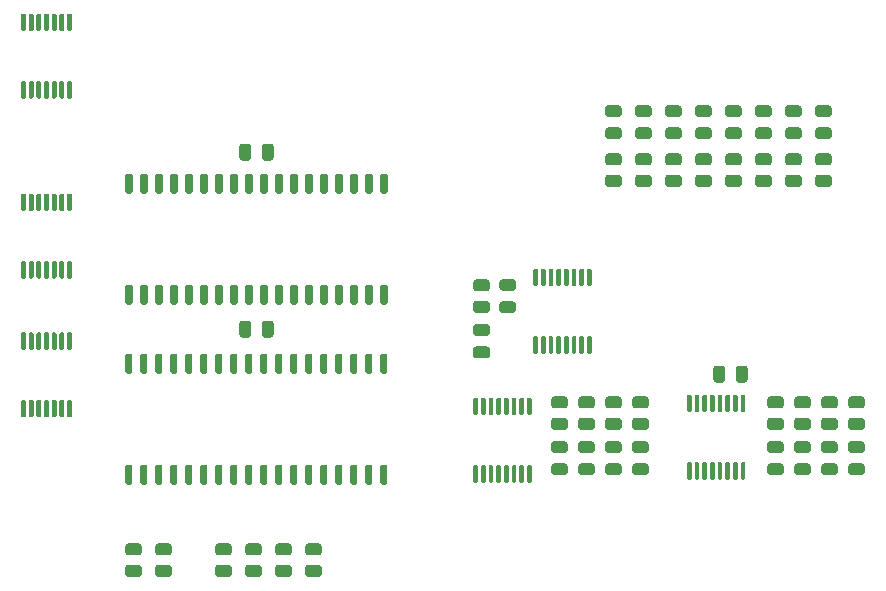
<source format=gbr>
%TF.GenerationSoftware,KiCad,Pcbnew,(5.1.10-1-10_14)*%
%TF.CreationDate,2021-11-08T19:33:34-05:00*%
%TF.ProjectId,RAM-MODULE,52414d2d-4d4f-4445-954c-452e6b696361,rev?*%
%TF.SameCoordinates,Original*%
%TF.FileFunction,Paste,Top*%
%TF.FilePolarity,Positive*%
%FSLAX46Y46*%
G04 Gerber Fmt 4.6, Leading zero omitted, Abs format (unit mm)*
G04 Created by KiCad (PCBNEW (5.1.10-1-10_14)) date 2021-11-08 19:33:34*
%MOMM*%
%LPD*%
G01*
G04 APERTURE LIST*
G04 APERTURE END LIST*
%TO.C,R21*%
G36*
G01*
X15690001Y-164192000D02*
X14789999Y-164192000D01*
G75*
G02*
X14540000Y-163942001I0J249999D01*
G01*
X14540000Y-163416999D01*
G75*
G02*
X14789999Y-163167000I249999J0D01*
G01*
X15690001Y-163167000D01*
G75*
G02*
X15940000Y-163416999I0J-249999D01*
G01*
X15940000Y-163942001D01*
G75*
G02*
X15690001Y-164192000I-249999J0D01*
G01*
G37*
G36*
G01*
X15690001Y-166017000D02*
X14789999Y-166017000D01*
G75*
G02*
X14540000Y-165767001I0J249999D01*
G01*
X14540000Y-165241999D01*
G75*
G02*
X14789999Y-164992000I249999J0D01*
G01*
X15690001Y-164992000D01*
G75*
G02*
X15940000Y-165241999I0J-249999D01*
G01*
X15940000Y-165767001D01*
G75*
G02*
X15690001Y-166017000I-249999J0D01*
G01*
G37*
%TD*%
%TO.C,R23*%
G36*
G01*
X20770001Y-164192000D02*
X19869999Y-164192000D01*
G75*
G02*
X19620000Y-163942001I0J249999D01*
G01*
X19620000Y-163416999D01*
G75*
G02*
X19869999Y-163167000I249999J0D01*
G01*
X20770001Y-163167000D01*
G75*
G02*
X21020000Y-163416999I0J-249999D01*
G01*
X21020000Y-163942001D01*
G75*
G02*
X20770001Y-164192000I-249999J0D01*
G01*
G37*
G36*
G01*
X20770001Y-166017000D02*
X19869999Y-166017000D01*
G75*
G02*
X19620000Y-165767001I0J249999D01*
G01*
X19620000Y-165241999D01*
G75*
G02*
X19869999Y-164992000I249999J0D01*
G01*
X20770001Y-164992000D01*
G75*
G02*
X21020000Y-165241999I0J-249999D01*
G01*
X21020000Y-165767001D01*
G75*
G02*
X20770001Y-166017000I-249999J0D01*
G01*
G37*
%TD*%
%TO.C,R22*%
G36*
G01*
X18230001Y-164192000D02*
X17329999Y-164192000D01*
G75*
G02*
X17080000Y-163942001I0J249999D01*
G01*
X17080000Y-163416999D01*
G75*
G02*
X17329999Y-163167000I249999J0D01*
G01*
X18230001Y-163167000D01*
G75*
G02*
X18480000Y-163416999I0J-249999D01*
G01*
X18480000Y-163942001D01*
G75*
G02*
X18230001Y-164192000I-249999J0D01*
G01*
G37*
G36*
G01*
X18230001Y-166017000D02*
X17329999Y-166017000D01*
G75*
G02*
X17080000Y-165767001I0J249999D01*
G01*
X17080000Y-165241999D01*
G75*
G02*
X17329999Y-164992000I249999J0D01*
G01*
X18230001Y-164992000D01*
G75*
G02*
X18480000Y-165241999I0J-249999D01*
G01*
X18480000Y-165767001D01*
G75*
G02*
X18230001Y-166017000I-249999J0D01*
G01*
G37*
%TD*%
%TO.C,R17*%
G36*
G01*
X13150001Y-164192000D02*
X12249999Y-164192000D01*
G75*
G02*
X12000000Y-163942001I0J249999D01*
G01*
X12000000Y-163416999D01*
G75*
G02*
X12249999Y-163167000I249999J0D01*
G01*
X13150001Y-163167000D01*
G75*
G02*
X13400000Y-163416999I0J-249999D01*
G01*
X13400000Y-163942001D01*
G75*
G02*
X13150001Y-164192000I-249999J0D01*
G01*
G37*
G36*
G01*
X13150001Y-166017000D02*
X12249999Y-166017000D01*
G75*
G02*
X12000000Y-165767001I0J249999D01*
G01*
X12000000Y-165241999D01*
G75*
G02*
X12249999Y-164992000I249999J0D01*
G01*
X13150001Y-164992000D01*
G75*
G02*
X13400000Y-165241999I0J-249999D01*
G01*
X13400000Y-165767001D01*
G75*
G02*
X13150001Y-166017000I-249999J0D01*
G01*
G37*
%TD*%
%TO.C,R10*%
G36*
G01*
X5530001Y-164192000D02*
X4629999Y-164192000D01*
G75*
G02*
X4380000Y-163942001I0J249999D01*
G01*
X4380000Y-163416999D01*
G75*
G02*
X4629999Y-163167000I249999J0D01*
G01*
X5530001Y-163167000D01*
G75*
G02*
X5780000Y-163416999I0J-249999D01*
G01*
X5780000Y-163942001D01*
G75*
G02*
X5530001Y-164192000I-249999J0D01*
G01*
G37*
G36*
G01*
X5530001Y-166017000D02*
X4629999Y-166017000D01*
G75*
G02*
X4380000Y-165767001I0J249999D01*
G01*
X4380000Y-165241999D01*
G75*
G02*
X4629999Y-164992000I249999J0D01*
G01*
X5530001Y-164992000D01*
G75*
G02*
X5780000Y-165241999I0J-249999D01*
G01*
X5780000Y-165767001D01*
G75*
G02*
X5530001Y-166017000I-249999J0D01*
G01*
G37*
%TD*%
%TO.C,U8*%
G36*
G01*
X-4136000Y-119795000D02*
X-4336000Y-119795000D01*
G75*
G02*
X-4436000Y-119695000I0J100000D01*
G01*
X-4436000Y-118420000D01*
G75*
G02*
X-4336000Y-118320000I100000J0D01*
G01*
X-4136000Y-118320000D01*
G75*
G02*
X-4036000Y-118420000I0J-100000D01*
G01*
X-4036000Y-119695000D01*
G75*
G02*
X-4136000Y-119795000I-100000J0D01*
G01*
G37*
G36*
G01*
X-3486000Y-119795000D02*
X-3686000Y-119795000D01*
G75*
G02*
X-3786000Y-119695000I0J100000D01*
G01*
X-3786000Y-118420000D01*
G75*
G02*
X-3686000Y-118320000I100000J0D01*
G01*
X-3486000Y-118320000D01*
G75*
G02*
X-3386000Y-118420000I0J-100000D01*
G01*
X-3386000Y-119695000D01*
G75*
G02*
X-3486000Y-119795000I-100000J0D01*
G01*
G37*
G36*
G01*
X-2836000Y-119795000D02*
X-3036000Y-119795000D01*
G75*
G02*
X-3136000Y-119695000I0J100000D01*
G01*
X-3136000Y-118420000D01*
G75*
G02*
X-3036000Y-118320000I100000J0D01*
G01*
X-2836000Y-118320000D01*
G75*
G02*
X-2736000Y-118420000I0J-100000D01*
G01*
X-2736000Y-119695000D01*
G75*
G02*
X-2836000Y-119795000I-100000J0D01*
G01*
G37*
G36*
G01*
X-2186000Y-119795000D02*
X-2386000Y-119795000D01*
G75*
G02*
X-2486000Y-119695000I0J100000D01*
G01*
X-2486000Y-118420000D01*
G75*
G02*
X-2386000Y-118320000I100000J0D01*
G01*
X-2186000Y-118320000D01*
G75*
G02*
X-2086000Y-118420000I0J-100000D01*
G01*
X-2086000Y-119695000D01*
G75*
G02*
X-2186000Y-119795000I-100000J0D01*
G01*
G37*
G36*
G01*
X-1536000Y-119795000D02*
X-1736000Y-119795000D01*
G75*
G02*
X-1836000Y-119695000I0J100000D01*
G01*
X-1836000Y-118420000D01*
G75*
G02*
X-1736000Y-118320000I100000J0D01*
G01*
X-1536000Y-118320000D01*
G75*
G02*
X-1436000Y-118420000I0J-100000D01*
G01*
X-1436000Y-119695000D01*
G75*
G02*
X-1536000Y-119795000I-100000J0D01*
G01*
G37*
G36*
G01*
X-886000Y-119795000D02*
X-1086000Y-119795000D01*
G75*
G02*
X-1186000Y-119695000I0J100000D01*
G01*
X-1186000Y-118420000D01*
G75*
G02*
X-1086000Y-118320000I100000J0D01*
G01*
X-886000Y-118320000D01*
G75*
G02*
X-786000Y-118420000I0J-100000D01*
G01*
X-786000Y-119695000D01*
G75*
G02*
X-886000Y-119795000I-100000J0D01*
G01*
G37*
G36*
G01*
X-236000Y-119795000D02*
X-436000Y-119795000D01*
G75*
G02*
X-536000Y-119695000I0J100000D01*
G01*
X-536000Y-118420000D01*
G75*
G02*
X-436000Y-118320000I100000J0D01*
G01*
X-236000Y-118320000D01*
G75*
G02*
X-136000Y-118420000I0J-100000D01*
G01*
X-136000Y-119695000D01*
G75*
G02*
X-236000Y-119795000I-100000J0D01*
G01*
G37*
G36*
G01*
X-236000Y-125520000D02*
X-436000Y-125520000D01*
G75*
G02*
X-536000Y-125420000I0J100000D01*
G01*
X-536000Y-124145000D01*
G75*
G02*
X-436000Y-124045000I100000J0D01*
G01*
X-236000Y-124045000D01*
G75*
G02*
X-136000Y-124145000I0J-100000D01*
G01*
X-136000Y-125420000D01*
G75*
G02*
X-236000Y-125520000I-100000J0D01*
G01*
G37*
G36*
G01*
X-886000Y-125520000D02*
X-1086000Y-125520000D01*
G75*
G02*
X-1186000Y-125420000I0J100000D01*
G01*
X-1186000Y-124145000D01*
G75*
G02*
X-1086000Y-124045000I100000J0D01*
G01*
X-886000Y-124045000D01*
G75*
G02*
X-786000Y-124145000I0J-100000D01*
G01*
X-786000Y-125420000D01*
G75*
G02*
X-886000Y-125520000I-100000J0D01*
G01*
G37*
G36*
G01*
X-1536000Y-125520000D02*
X-1736000Y-125520000D01*
G75*
G02*
X-1836000Y-125420000I0J100000D01*
G01*
X-1836000Y-124145000D01*
G75*
G02*
X-1736000Y-124045000I100000J0D01*
G01*
X-1536000Y-124045000D01*
G75*
G02*
X-1436000Y-124145000I0J-100000D01*
G01*
X-1436000Y-125420000D01*
G75*
G02*
X-1536000Y-125520000I-100000J0D01*
G01*
G37*
G36*
G01*
X-2186000Y-125520000D02*
X-2386000Y-125520000D01*
G75*
G02*
X-2486000Y-125420000I0J100000D01*
G01*
X-2486000Y-124145000D01*
G75*
G02*
X-2386000Y-124045000I100000J0D01*
G01*
X-2186000Y-124045000D01*
G75*
G02*
X-2086000Y-124145000I0J-100000D01*
G01*
X-2086000Y-125420000D01*
G75*
G02*
X-2186000Y-125520000I-100000J0D01*
G01*
G37*
G36*
G01*
X-2836000Y-125520000D02*
X-3036000Y-125520000D01*
G75*
G02*
X-3136000Y-125420000I0J100000D01*
G01*
X-3136000Y-124145000D01*
G75*
G02*
X-3036000Y-124045000I100000J0D01*
G01*
X-2836000Y-124045000D01*
G75*
G02*
X-2736000Y-124145000I0J-100000D01*
G01*
X-2736000Y-125420000D01*
G75*
G02*
X-2836000Y-125520000I-100000J0D01*
G01*
G37*
G36*
G01*
X-3486000Y-125520000D02*
X-3686000Y-125520000D01*
G75*
G02*
X-3786000Y-125420000I0J100000D01*
G01*
X-3786000Y-124145000D01*
G75*
G02*
X-3686000Y-124045000I100000J0D01*
G01*
X-3486000Y-124045000D01*
G75*
G02*
X-3386000Y-124145000I0J-100000D01*
G01*
X-3386000Y-125420000D01*
G75*
G02*
X-3486000Y-125520000I-100000J0D01*
G01*
G37*
G36*
G01*
X-4136000Y-125520000D02*
X-4336000Y-125520000D01*
G75*
G02*
X-4436000Y-125420000I0J100000D01*
G01*
X-4436000Y-124145000D01*
G75*
G02*
X-4336000Y-124045000I100000J0D01*
G01*
X-4136000Y-124045000D01*
G75*
G02*
X-4036000Y-124145000I0J-100000D01*
G01*
X-4036000Y-125420000D01*
G75*
G02*
X-4136000Y-125520000I-100000J0D01*
G01*
G37*
%TD*%
%TO.C,U7*%
G36*
G01*
X-4136000Y-135035000D02*
X-4336000Y-135035000D01*
G75*
G02*
X-4436000Y-134935000I0J100000D01*
G01*
X-4436000Y-133660000D01*
G75*
G02*
X-4336000Y-133560000I100000J0D01*
G01*
X-4136000Y-133560000D01*
G75*
G02*
X-4036000Y-133660000I0J-100000D01*
G01*
X-4036000Y-134935000D01*
G75*
G02*
X-4136000Y-135035000I-100000J0D01*
G01*
G37*
G36*
G01*
X-3486000Y-135035000D02*
X-3686000Y-135035000D01*
G75*
G02*
X-3786000Y-134935000I0J100000D01*
G01*
X-3786000Y-133660000D01*
G75*
G02*
X-3686000Y-133560000I100000J0D01*
G01*
X-3486000Y-133560000D01*
G75*
G02*
X-3386000Y-133660000I0J-100000D01*
G01*
X-3386000Y-134935000D01*
G75*
G02*
X-3486000Y-135035000I-100000J0D01*
G01*
G37*
G36*
G01*
X-2836000Y-135035000D02*
X-3036000Y-135035000D01*
G75*
G02*
X-3136000Y-134935000I0J100000D01*
G01*
X-3136000Y-133660000D01*
G75*
G02*
X-3036000Y-133560000I100000J0D01*
G01*
X-2836000Y-133560000D01*
G75*
G02*
X-2736000Y-133660000I0J-100000D01*
G01*
X-2736000Y-134935000D01*
G75*
G02*
X-2836000Y-135035000I-100000J0D01*
G01*
G37*
G36*
G01*
X-2186000Y-135035000D02*
X-2386000Y-135035000D01*
G75*
G02*
X-2486000Y-134935000I0J100000D01*
G01*
X-2486000Y-133660000D01*
G75*
G02*
X-2386000Y-133560000I100000J0D01*
G01*
X-2186000Y-133560000D01*
G75*
G02*
X-2086000Y-133660000I0J-100000D01*
G01*
X-2086000Y-134935000D01*
G75*
G02*
X-2186000Y-135035000I-100000J0D01*
G01*
G37*
G36*
G01*
X-1536000Y-135035000D02*
X-1736000Y-135035000D01*
G75*
G02*
X-1836000Y-134935000I0J100000D01*
G01*
X-1836000Y-133660000D01*
G75*
G02*
X-1736000Y-133560000I100000J0D01*
G01*
X-1536000Y-133560000D01*
G75*
G02*
X-1436000Y-133660000I0J-100000D01*
G01*
X-1436000Y-134935000D01*
G75*
G02*
X-1536000Y-135035000I-100000J0D01*
G01*
G37*
G36*
G01*
X-886000Y-135035000D02*
X-1086000Y-135035000D01*
G75*
G02*
X-1186000Y-134935000I0J100000D01*
G01*
X-1186000Y-133660000D01*
G75*
G02*
X-1086000Y-133560000I100000J0D01*
G01*
X-886000Y-133560000D01*
G75*
G02*
X-786000Y-133660000I0J-100000D01*
G01*
X-786000Y-134935000D01*
G75*
G02*
X-886000Y-135035000I-100000J0D01*
G01*
G37*
G36*
G01*
X-236000Y-135035000D02*
X-436000Y-135035000D01*
G75*
G02*
X-536000Y-134935000I0J100000D01*
G01*
X-536000Y-133660000D01*
G75*
G02*
X-436000Y-133560000I100000J0D01*
G01*
X-236000Y-133560000D01*
G75*
G02*
X-136000Y-133660000I0J-100000D01*
G01*
X-136000Y-134935000D01*
G75*
G02*
X-236000Y-135035000I-100000J0D01*
G01*
G37*
G36*
G01*
X-236000Y-140760000D02*
X-436000Y-140760000D01*
G75*
G02*
X-536000Y-140660000I0J100000D01*
G01*
X-536000Y-139385000D01*
G75*
G02*
X-436000Y-139285000I100000J0D01*
G01*
X-236000Y-139285000D01*
G75*
G02*
X-136000Y-139385000I0J-100000D01*
G01*
X-136000Y-140660000D01*
G75*
G02*
X-236000Y-140760000I-100000J0D01*
G01*
G37*
G36*
G01*
X-886000Y-140760000D02*
X-1086000Y-140760000D01*
G75*
G02*
X-1186000Y-140660000I0J100000D01*
G01*
X-1186000Y-139385000D01*
G75*
G02*
X-1086000Y-139285000I100000J0D01*
G01*
X-886000Y-139285000D01*
G75*
G02*
X-786000Y-139385000I0J-100000D01*
G01*
X-786000Y-140660000D01*
G75*
G02*
X-886000Y-140760000I-100000J0D01*
G01*
G37*
G36*
G01*
X-1536000Y-140760000D02*
X-1736000Y-140760000D01*
G75*
G02*
X-1836000Y-140660000I0J100000D01*
G01*
X-1836000Y-139385000D01*
G75*
G02*
X-1736000Y-139285000I100000J0D01*
G01*
X-1536000Y-139285000D01*
G75*
G02*
X-1436000Y-139385000I0J-100000D01*
G01*
X-1436000Y-140660000D01*
G75*
G02*
X-1536000Y-140760000I-100000J0D01*
G01*
G37*
G36*
G01*
X-2186000Y-140760000D02*
X-2386000Y-140760000D01*
G75*
G02*
X-2486000Y-140660000I0J100000D01*
G01*
X-2486000Y-139385000D01*
G75*
G02*
X-2386000Y-139285000I100000J0D01*
G01*
X-2186000Y-139285000D01*
G75*
G02*
X-2086000Y-139385000I0J-100000D01*
G01*
X-2086000Y-140660000D01*
G75*
G02*
X-2186000Y-140760000I-100000J0D01*
G01*
G37*
G36*
G01*
X-2836000Y-140760000D02*
X-3036000Y-140760000D01*
G75*
G02*
X-3136000Y-140660000I0J100000D01*
G01*
X-3136000Y-139385000D01*
G75*
G02*
X-3036000Y-139285000I100000J0D01*
G01*
X-2836000Y-139285000D01*
G75*
G02*
X-2736000Y-139385000I0J-100000D01*
G01*
X-2736000Y-140660000D01*
G75*
G02*
X-2836000Y-140760000I-100000J0D01*
G01*
G37*
G36*
G01*
X-3486000Y-140760000D02*
X-3686000Y-140760000D01*
G75*
G02*
X-3786000Y-140660000I0J100000D01*
G01*
X-3786000Y-139385000D01*
G75*
G02*
X-3686000Y-139285000I100000J0D01*
G01*
X-3486000Y-139285000D01*
G75*
G02*
X-3386000Y-139385000I0J-100000D01*
G01*
X-3386000Y-140660000D01*
G75*
G02*
X-3486000Y-140760000I-100000J0D01*
G01*
G37*
G36*
G01*
X-4136000Y-140760000D02*
X-4336000Y-140760000D01*
G75*
G02*
X-4436000Y-140660000I0J100000D01*
G01*
X-4436000Y-139385000D01*
G75*
G02*
X-4336000Y-139285000I100000J0D01*
G01*
X-4136000Y-139285000D01*
G75*
G02*
X-4036000Y-139385000I0J-100000D01*
G01*
X-4036000Y-140660000D01*
G75*
G02*
X-4136000Y-140760000I-100000J0D01*
G01*
G37*
%TD*%
%TO.C,U6*%
G36*
G01*
X-4136000Y-146787500D02*
X-4336000Y-146787500D01*
G75*
G02*
X-4436000Y-146687500I0J100000D01*
G01*
X-4436000Y-145412500D01*
G75*
G02*
X-4336000Y-145312500I100000J0D01*
G01*
X-4136000Y-145312500D01*
G75*
G02*
X-4036000Y-145412500I0J-100000D01*
G01*
X-4036000Y-146687500D01*
G75*
G02*
X-4136000Y-146787500I-100000J0D01*
G01*
G37*
G36*
G01*
X-3486000Y-146787500D02*
X-3686000Y-146787500D01*
G75*
G02*
X-3786000Y-146687500I0J100000D01*
G01*
X-3786000Y-145412500D01*
G75*
G02*
X-3686000Y-145312500I100000J0D01*
G01*
X-3486000Y-145312500D01*
G75*
G02*
X-3386000Y-145412500I0J-100000D01*
G01*
X-3386000Y-146687500D01*
G75*
G02*
X-3486000Y-146787500I-100000J0D01*
G01*
G37*
G36*
G01*
X-2836000Y-146787500D02*
X-3036000Y-146787500D01*
G75*
G02*
X-3136000Y-146687500I0J100000D01*
G01*
X-3136000Y-145412500D01*
G75*
G02*
X-3036000Y-145312500I100000J0D01*
G01*
X-2836000Y-145312500D01*
G75*
G02*
X-2736000Y-145412500I0J-100000D01*
G01*
X-2736000Y-146687500D01*
G75*
G02*
X-2836000Y-146787500I-100000J0D01*
G01*
G37*
G36*
G01*
X-2186000Y-146787500D02*
X-2386000Y-146787500D01*
G75*
G02*
X-2486000Y-146687500I0J100000D01*
G01*
X-2486000Y-145412500D01*
G75*
G02*
X-2386000Y-145312500I100000J0D01*
G01*
X-2186000Y-145312500D01*
G75*
G02*
X-2086000Y-145412500I0J-100000D01*
G01*
X-2086000Y-146687500D01*
G75*
G02*
X-2186000Y-146787500I-100000J0D01*
G01*
G37*
G36*
G01*
X-1536000Y-146787500D02*
X-1736000Y-146787500D01*
G75*
G02*
X-1836000Y-146687500I0J100000D01*
G01*
X-1836000Y-145412500D01*
G75*
G02*
X-1736000Y-145312500I100000J0D01*
G01*
X-1536000Y-145312500D01*
G75*
G02*
X-1436000Y-145412500I0J-100000D01*
G01*
X-1436000Y-146687500D01*
G75*
G02*
X-1536000Y-146787500I-100000J0D01*
G01*
G37*
G36*
G01*
X-886000Y-146787500D02*
X-1086000Y-146787500D01*
G75*
G02*
X-1186000Y-146687500I0J100000D01*
G01*
X-1186000Y-145412500D01*
G75*
G02*
X-1086000Y-145312500I100000J0D01*
G01*
X-886000Y-145312500D01*
G75*
G02*
X-786000Y-145412500I0J-100000D01*
G01*
X-786000Y-146687500D01*
G75*
G02*
X-886000Y-146787500I-100000J0D01*
G01*
G37*
G36*
G01*
X-236000Y-146787500D02*
X-436000Y-146787500D01*
G75*
G02*
X-536000Y-146687500I0J100000D01*
G01*
X-536000Y-145412500D01*
G75*
G02*
X-436000Y-145312500I100000J0D01*
G01*
X-236000Y-145312500D01*
G75*
G02*
X-136000Y-145412500I0J-100000D01*
G01*
X-136000Y-146687500D01*
G75*
G02*
X-236000Y-146787500I-100000J0D01*
G01*
G37*
G36*
G01*
X-236000Y-152512500D02*
X-436000Y-152512500D01*
G75*
G02*
X-536000Y-152412500I0J100000D01*
G01*
X-536000Y-151137500D01*
G75*
G02*
X-436000Y-151037500I100000J0D01*
G01*
X-236000Y-151037500D01*
G75*
G02*
X-136000Y-151137500I0J-100000D01*
G01*
X-136000Y-152412500D01*
G75*
G02*
X-236000Y-152512500I-100000J0D01*
G01*
G37*
G36*
G01*
X-886000Y-152512500D02*
X-1086000Y-152512500D01*
G75*
G02*
X-1186000Y-152412500I0J100000D01*
G01*
X-1186000Y-151137500D01*
G75*
G02*
X-1086000Y-151037500I100000J0D01*
G01*
X-886000Y-151037500D01*
G75*
G02*
X-786000Y-151137500I0J-100000D01*
G01*
X-786000Y-152412500D01*
G75*
G02*
X-886000Y-152512500I-100000J0D01*
G01*
G37*
G36*
G01*
X-1536000Y-152512500D02*
X-1736000Y-152512500D01*
G75*
G02*
X-1836000Y-152412500I0J100000D01*
G01*
X-1836000Y-151137500D01*
G75*
G02*
X-1736000Y-151037500I100000J0D01*
G01*
X-1536000Y-151037500D01*
G75*
G02*
X-1436000Y-151137500I0J-100000D01*
G01*
X-1436000Y-152412500D01*
G75*
G02*
X-1536000Y-152512500I-100000J0D01*
G01*
G37*
G36*
G01*
X-2186000Y-152512500D02*
X-2386000Y-152512500D01*
G75*
G02*
X-2486000Y-152412500I0J100000D01*
G01*
X-2486000Y-151137500D01*
G75*
G02*
X-2386000Y-151037500I100000J0D01*
G01*
X-2186000Y-151037500D01*
G75*
G02*
X-2086000Y-151137500I0J-100000D01*
G01*
X-2086000Y-152412500D01*
G75*
G02*
X-2186000Y-152512500I-100000J0D01*
G01*
G37*
G36*
G01*
X-2836000Y-152512500D02*
X-3036000Y-152512500D01*
G75*
G02*
X-3136000Y-152412500I0J100000D01*
G01*
X-3136000Y-151137500D01*
G75*
G02*
X-3036000Y-151037500I100000J0D01*
G01*
X-2836000Y-151037500D01*
G75*
G02*
X-2736000Y-151137500I0J-100000D01*
G01*
X-2736000Y-152412500D01*
G75*
G02*
X-2836000Y-152512500I-100000J0D01*
G01*
G37*
G36*
G01*
X-3486000Y-152512500D02*
X-3686000Y-152512500D01*
G75*
G02*
X-3786000Y-152412500I0J100000D01*
G01*
X-3786000Y-151137500D01*
G75*
G02*
X-3686000Y-151037500I100000J0D01*
G01*
X-3486000Y-151037500D01*
G75*
G02*
X-3386000Y-151137500I0J-100000D01*
G01*
X-3386000Y-152412500D01*
G75*
G02*
X-3486000Y-152512500I-100000J0D01*
G01*
G37*
G36*
G01*
X-4136000Y-152512500D02*
X-4336000Y-152512500D01*
G75*
G02*
X-4436000Y-152412500I0J100000D01*
G01*
X-4436000Y-151137500D01*
G75*
G02*
X-4336000Y-151037500I100000J0D01*
G01*
X-4136000Y-151037500D01*
G75*
G02*
X-4036000Y-151137500I0J-100000D01*
G01*
X-4036000Y-152412500D01*
G75*
G02*
X-4136000Y-152512500I-100000J0D01*
G01*
G37*
%TD*%
%TO.C,R20*%
G36*
G01*
X59886001Y-151746000D02*
X58985999Y-151746000D01*
G75*
G02*
X58736000Y-151496001I0J249999D01*
G01*
X58736000Y-150970999D01*
G75*
G02*
X58985999Y-150721000I249999J0D01*
G01*
X59886001Y-150721000D01*
G75*
G02*
X60136000Y-150970999I0J-249999D01*
G01*
X60136000Y-151496001D01*
G75*
G02*
X59886001Y-151746000I-249999J0D01*
G01*
G37*
G36*
G01*
X59886001Y-153571000D02*
X58985999Y-153571000D01*
G75*
G02*
X58736000Y-153321001I0J249999D01*
G01*
X58736000Y-152795999D01*
G75*
G02*
X58985999Y-152546000I249999J0D01*
G01*
X59886001Y-152546000D01*
G75*
G02*
X60136000Y-152795999I0J-249999D01*
G01*
X60136000Y-153321001D01*
G75*
G02*
X59886001Y-153571000I-249999J0D01*
G01*
G37*
%TD*%
%TO.C,R19*%
G36*
G01*
X41598001Y-151746000D02*
X40697999Y-151746000D01*
G75*
G02*
X40448000Y-151496001I0J249999D01*
G01*
X40448000Y-150970999D01*
G75*
G02*
X40697999Y-150721000I249999J0D01*
G01*
X41598001Y-150721000D01*
G75*
G02*
X41848000Y-150970999I0J-249999D01*
G01*
X41848000Y-151496001D01*
G75*
G02*
X41598001Y-151746000I-249999J0D01*
G01*
G37*
G36*
G01*
X41598001Y-153571000D02*
X40697999Y-153571000D01*
G75*
G02*
X40448000Y-153321001I0J249999D01*
G01*
X40448000Y-152795999D01*
G75*
G02*
X40697999Y-152546000I249999J0D01*
G01*
X41598001Y-152546000D01*
G75*
G02*
X41848000Y-152795999I0J-249999D01*
G01*
X41848000Y-153321001D01*
G75*
G02*
X41598001Y-153571000I-249999J0D01*
G01*
G37*
%TD*%
%TO.C,D17*%
G36*
G01*
X58979750Y-156406000D02*
X59892250Y-156406000D01*
G75*
G02*
X60136000Y-156649750I0J-243750D01*
G01*
X60136000Y-157137250D01*
G75*
G02*
X59892250Y-157381000I-243750J0D01*
G01*
X58979750Y-157381000D01*
G75*
G02*
X58736000Y-157137250I0J243750D01*
G01*
X58736000Y-156649750D01*
G75*
G02*
X58979750Y-156406000I243750J0D01*
G01*
G37*
G36*
G01*
X58979750Y-154531000D02*
X59892250Y-154531000D01*
G75*
G02*
X60136000Y-154774750I0J-243750D01*
G01*
X60136000Y-155262250D01*
G75*
G02*
X59892250Y-155506000I-243750J0D01*
G01*
X58979750Y-155506000D01*
G75*
G02*
X58736000Y-155262250I0J243750D01*
G01*
X58736000Y-154774750D01*
G75*
G02*
X58979750Y-154531000I243750J0D01*
G01*
G37*
%TD*%
%TO.C,D10*%
G36*
G01*
X40691750Y-156406000D02*
X41604250Y-156406000D01*
G75*
G02*
X41848000Y-156649750I0J-243750D01*
G01*
X41848000Y-157137250D01*
G75*
G02*
X41604250Y-157381000I-243750J0D01*
G01*
X40691750Y-157381000D01*
G75*
G02*
X40448000Y-157137250I0J243750D01*
G01*
X40448000Y-156649750D01*
G75*
G02*
X40691750Y-156406000I243750J0D01*
G01*
G37*
G36*
G01*
X40691750Y-154531000D02*
X41604250Y-154531000D01*
G75*
G02*
X41848000Y-154774750I0J-243750D01*
G01*
X41848000Y-155262250D01*
G75*
G02*
X41604250Y-155506000I-243750J0D01*
G01*
X40691750Y-155506000D01*
G75*
G02*
X40448000Y-155262250I0J243750D01*
G01*
X40448000Y-154774750D01*
G75*
G02*
X40691750Y-154531000I243750J0D01*
G01*
G37*
%TD*%
%TO.C,R18*%
G36*
G01*
X8070001Y-164192000D02*
X7169999Y-164192000D01*
G75*
G02*
X6920000Y-163942001I0J249999D01*
G01*
X6920000Y-163416999D01*
G75*
G02*
X7169999Y-163167000I249999J0D01*
G01*
X8070001Y-163167000D01*
G75*
G02*
X8320000Y-163416999I0J-249999D01*
G01*
X8320000Y-163942001D01*
G75*
G02*
X8070001Y-164192000I-249999J0D01*
G01*
G37*
G36*
G01*
X8070001Y-166017000D02*
X7169999Y-166017000D01*
G75*
G02*
X6920000Y-165767001I0J249999D01*
G01*
X6920000Y-165241999D01*
G75*
G02*
X7169999Y-164992000I249999J0D01*
G01*
X8070001Y-164992000D01*
G75*
G02*
X8320000Y-165241999I0J-249999D01*
G01*
X8320000Y-165767001D01*
G75*
G02*
X8070001Y-166017000I-249999J0D01*
G01*
G37*
%TD*%
%TO.C,U2*%
G36*
G01*
X4843000Y-148802000D02*
X4543000Y-148802000D01*
G75*
G02*
X4393000Y-148652000I0J150000D01*
G01*
X4393000Y-147252000D01*
G75*
G02*
X4543000Y-147102000I150000J0D01*
G01*
X4843000Y-147102000D01*
G75*
G02*
X4993000Y-147252000I0J-150000D01*
G01*
X4993000Y-148652000D01*
G75*
G02*
X4843000Y-148802000I-150000J0D01*
G01*
G37*
G36*
G01*
X6113000Y-148802000D02*
X5813000Y-148802000D01*
G75*
G02*
X5663000Y-148652000I0J150000D01*
G01*
X5663000Y-147252000D01*
G75*
G02*
X5813000Y-147102000I150000J0D01*
G01*
X6113000Y-147102000D01*
G75*
G02*
X6263000Y-147252000I0J-150000D01*
G01*
X6263000Y-148652000D01*
G75*
G02*
X6113000Y-148802000I-150000J0D01*
G01*
G37*
G36*
G01*
X7383000Y-148802000D02*
X7083000Y-148802000D01*
G75*
G02*
X6933000Y-148652000I0J150000D01*
G01*
X6933000Y-147252000D01*
G75*
G02*
X7083000Y-147102000I150000J0D01*
G01*
X7383000Y-147102000D01*
G75*
G02*
X7533000Y-147252000I0J-150000D01*
G01*
X7533000Y-148652000D01*
G75*
G02*
X7383000Y-148802000I-150000J0D01*
G01*
G37*
G36*
G01*
X8653000Y-148802000D02*
X8353000Y-148802000D01*
G75*
G02*
X8203000Y-148652000I0J150000D01*
G01*
X8203000Y-147252000D01*
G75*
G02*
X8353000Y-147102000I150000J0D01*
G01*
X8653000Y-147102000D01*
G75*
G02*
X8803000Y-147252000I0J-150000D01*
G01*
X8803000Y-148652000D01*
G75*
G02*
X8653000Y-148802000I-150000J0D01*
G01*
G37*
G36*
G01*
X9923000Y-148802000D02*
X9623000Y-148802000D01*
G75*
G02*
X9473000Y-148652000I0J150000D01*
G01*
X9473000Y-147252000D01*
G75*
G02*
X9623000Y-147102000I150000J0D01*
G01*
X9923000Y-147102000D01*
G75*
G02*
X10073000Y-147252000I0J-150000D01*
G01*
X10073000Y-148652000D01*
G75*
G02*
X9923000Y-148802000I-150000J0D01*
G01*
G37*
G36*
G01*
X11193000Y-148802000D02*
X10893000Y-148802000D01*
G75*
G02*
X10743000Y-148652000I0J150000D01*
G01*
X10743000Y-147252000D01*
G75*
G02*
X10893000Y-147102000I150000J0D01*
G01*
X11193000Y-147102000D01*
G75*
G02*
X11343000Y-147252000I0J-150000D01*
G01*
X11343000Y-148652000D01*
G75*
G02*
X11193000Y-148802000I-150000J0D01*
G01*
G37*
G36*
G01*
X12463000Y-148802000D02*
X12163000Y-148802000D01*
G75*
G02*
X12013000Y-148652000I0J150000D01*
G01*
X12013000Y-147252000D01*
G75*
G02*
X12163000Y-147102000I150000J0D01*
G01*
X12463000Y-147102000D01*
G75*
G02*
X12613000Y-147252000I0J-150000D01*
G01*
X12613000Y-148652000D01*
G75*
G02*
X12463000Y-148802000I-150000J0D01*
G01*
G37*
G36*
G01*
X13733000Y-148802000D02*
X13433000Y-148802000D01*
G75*
G02*
X13283000Y-148652000I0J150000D01*
G01*
X13283000Y-147252000D01*
G75*
G02*
X13433000Y-147102000I150000J0D01*
G01*
X13733000Y-147102000D01*
G75*
G02*
X13883000Y-147252000I0J-150000D01*
G01*
X13883000Y-148652000D01*
G75*
G02*
X13733000Y-148802000I-150000J0D01*
G01*
G37*
G36*
G01*
X15003000Y-148802000D02*
X14703000Y-148802000D01*
G75*
G02*
X14553000Y-148652000I0J150000D01*
G01*
X14553000Y-147252000D01*
G75*
G02*
X14703000Y-147102000I150000J0D01*
G01*
X15003000Y-147102000D01*
G75*
G02*
X15153000Y-147252000I0J-150000D01*
G01*
X15153000Y-148652000D01*
G75*
G02*
X15003000Y-148802000I-150000J0D01*
G01*
G37*
G36*
G01*
X16273000Y-148802000D02*
X15973000Y-148802000D01*
G75*
G02*
X15823000Y-148652000I0J150000D01*
G01*
X15823000Y-147252000D01*
G75*
G02*
X15973000Y-147102000I150000J0D01*
G01*
X16273000Y-147102000D01*
G75*
G02*
X16423000Y-147252000I0J-150000D01*
G01*
X16423000Y-148652000D01*
G75*
G02*
X16273000Y-148802000I-150000J0D01*
G01*
G37*
G36*
G01*
X17543000Y-148802000D02*
X17243000Y-148802000D01*
G75*
G02*
X17093000Y-148652000I0J150000D01*
G01*
X17093000Y-147252000D01*
G75*
G02*
X17243000Y-147102000I150000J0D01*
G01*
X17543000Y-147102000D01*
G75*
G02*
X17693000Y-147252000I0J-150000D01*
G01*
X17693000Y-148652000D01*
G75*
G02*
X17543000Y-148802000I-150000J0D01*
G01*
G37*
G36*
G01*
X18813000Y-148802000D02*
X18513000Y-148802000D01*
G75*
G02*
X18363000Y-148652000I0J150000D01*
G01*
X18363000Y-147252000D01*
G75*
G02*
X18513000Y-147102000I150000J0D01*
G01*
X18813000Y-147102000D01*
G75*
G02*
X18963000Y-147252000I0J-150000D01*
G01*
X18963000Y-148652000D01*
G75*
G02*
X18813000Y-148802000I-150000J0D01*
G01*
G37*
G36*
G01*
X20083000Y-148802000D02*
X19783000Y-148802000D01*
G75*
G02*
X19633000Y-148652000I0J150000D01*
G01*
X19633000Y-147252000D01*
G75*
G02*
X19783000Y-147102000I150000J0D01*
G01*
X20083000Y-147102000D01*
G75*
G02*
X20233000Y-147252000I0J-150000D01*
G01*
X20233000Y-148652000D01*
G75*
G02*
X20083000Y-148802000I-150000J0D01*
G01*
G37*
G36*
G01*
X21353000Y-148802000D02*
X21053000Y-148802000D01*
G75*
G02*
X20903000Y-148652000I0J150000D01*
G01*
X20903000Y-147252000D01*
G75*
G02*
X21053000Y-147102000I150000J0D01*
G01*
X21353000Y-147102000D01*
G75*
G02*
X21503000Y-147252000I0J-150000D01*
G01*
X21503000Y-148652000D01*
G75*
G02*
X21353000Y-148802000I-150000J0D01*
G01*
G37*
G36*
G01*
X22623000Y-148802000D02*
X22323000Y-148802000D01*
G75*
G02*
X22173000Y-148652000I0J150000D01*
G01*
X22173000Y-147252000D01*
G75*
G02*
X22323000Y-147102000I150000J0D01*
G01*
X22623000Y-147102000D01*
G75*
G02*
X22773000Y-147252000I0J-150000D01*
G01*
X22773000Y-148652000D01*
G75*
G02*
X22623000Y-148802000I-150000J0D01*
G01*
G37*
G36*
G01*
X23893000Y-148802000D02*
X23593000Y-148802000D01*
G75*
G02*
X23443000Y-148652000I0J150000D01*
G01*
X23443000Y-147252000D01*
G75*
G02*
X23593000Y-147102000I150000J0D01*
G01*
X23893000Y-147102000D01*
G75*
G02*
X24043000Y-147252000I0J-150000D01*
G01*
X24043000Y-148652000D01*
G75*
G02*
X23893000Y-148802000I-150000J0D01*
G01*
G37*
G36*
G01*
X25163000Y-148802000D02*
X24863000Y-148802000D01*
G75*
G02*
X24713000Y-148652000I0J150000D01*
G01*
X24713000Y-147252000D01*
G75*
G02*
X24863000Y-147102000I150000J0D01*
G01*
X25163000Y-147102000D01*
G75*
G02*
X25313000Y-147252000I0J-150000D01*
G01*
X25313000Y-148652000D01*
G75*
G02*
X25163000Y-148802000I-150000J0D01*
G01*
G37*
G36*
G01*
X26433000Y-148802000D02*
X26133000Y-148802000D01*
G75*
G02*
X25983000Y-148652000I0J150000D01*
G01*
X25983000Y-147252000D01*
G75*
G02*
X26133000Y-147102000I150000J0D01*
G01*
X26433000Y-147102000D01*
G75*
G02*
X26583000Y-147252000I0J-150000D01*
G01*
X26583000Y-148652000D01*
G75*
G02*
X26433000Y-148802000I-150000J0D01*
G01*
G37*
G36*
G01*
X26433000Y-158202000D02*
X26133000Y-158202000D01*
G75*
G02*
X25983000Y-158052000I0J150000D01*
G01*
X25983000Y-156652000D01*
G75*
G02*
X26133000Y-156502000I150000J0D01*
G01*
X26433000Y-156502000D01*
G75*
G02*
X26583000Y-156652000I0J-150000D01*
G01*
X26583000Y-158052000D01*
G75*
G02*
X26433000Y-158202000I-150000J0D01*
G01*
G37*
G36*
G01*
X25163000Y-158202000D02*
X24863000Y-158202000D01*
G75*
G02*
X24713000Y-158052000I0J150000D01*
G01*
X24713000Y-156652000D01*
G75*
G02*
X24863000Y-156502000I150000J0D01*
G01*
X25163000Y-156502000D01*
G75*
G02*
X25313000Y-156652000I0J-150000D01*
G01*
X25313000Y-158052000D01*
G75*
G02*
X25163000Y-158202000I-150000J0D01*
G01*
G37*
G36*
G01*
X23893000Y-158202000D02*
X23593000Y-158202000D01*
G75*
G02*
X23443000Y-158052000I0J150000D01*
G01*
X23443000Y-156652000D01*
G75*
G02*
X23593000Y-156502000I150000J0D01*
G01*
X23893000Y-156502000D01*
G75*
G02*
X24043000Y-156652000I0J-150000D01*
G01*
X24043000Y-158052000D01*
G75*
G02*
X23893000Y-158202000I-150000J0D01*
G01*
G37*
G36*
G01*
X22623000Y-158202000D02*
X22323000Y-158202000D01*
G75*
G02*
X22173000Y-158052000I0J150000D01*
G01*
X22173000Y-156652000D01*
G75*
G02*
X22323000Y-156502000I150000J0D01*
G01*
X22623000Y-156502000D01*
G75*
G02*
X22773000Y-156652000I0J-150000D01*
G01*
X22773000Y-158052000D01*
G75*
G02*
X22623000Y-158202000I-150000J0D01*
G01*
G37*
G36*
G01*
X21353000Y-158202000D02*
X21053000Y-158202000D01*
G75*
G02*
X20903000Y-158052000I0J150000D01*
G01*
X20903000Y-156652000D01*
G75*
G02*
X21053000Y-156502000I150000J0D01*
G01*
X21353000Y-156502000D01*
G75*
G02*
X21503000Y-156652000I0J-150000D01*
G01*
X21503000Y-158052000D01*
G75*
G02*
X21353000Y-158202000I-150000J0D01*
G01*
G37*
G36*
G01*
X20083000Y-158202000D02*
X19783000Y-158202000D01*
G75*
G02*
X19633000Y-158052000I0J150000D01*
G01*
X19633000Y-156652000D01*
G75*
G02*
X19783000Y-156502000I150000J0D01*
G01*
X20083000Y-156502000D01*
G75*
G02*
X20233000Y-156652000I0J-150000D01*
G01*
X20233000Y-158052000D01*
G75*
G02*
X20083000Y-158202000I-150000J0D01*
G01*
G37*
G36*
G01*
X18813000Y-158202000D02*
X18513000Y-158202000D01*
G75*
G02*
X18363000Y-158052000I0J150000D01*
G01*
X18363000Y-156652000D01*
G75*
G02*
X18513000Y-156502000I150000J0D01*
G01*
X18813000Y-156502000D01*
G75*
G02*
X18963000Y-156652000I0J-150000D01*
G01*
X18963000Y-158052000D01*
G75*
G02*
X18813000Y-158202000I-150000J0D01*
G01*
G37*
G36*
G01*
X17543000Y-158202000D02*
X17243000Y-158202000D01*
G75*
G02*
X17093000Y-158052000I0J150000D01*
G01*
X17093000Y-156652000D01*
G75*
G02*
X17243000Y-156502000I150000J0D01*
G01*
X17543000Y-156502000D01*
G75*
G02*
X17693000Y-156652000I0J-150000D01*
G01*
X17693000Y-158052000D01*
G75*
G02*
X17543000Y-158202000I-150000J0D01*
G01*
G37*
G36*
G01*
X16273000Y-158202000D02*
X15973000Y-158202000D01*
G75*
G02*
X15823000Y-158052000I0J150000D01*
G01*
X15823000Y-156652000D01*
G75*
G02*
X15973000Y-156502000I150000J0D01*
G01*
X16273000Y-156502000D01*
G75*
G02*
X16423000Y-156652000I0J-150000D01*
G01*
X16423000Y-158052000D01*
G75*
G02*
X16273000Y-158202000I-150000J0D01*
G01*
G37*
G36*
G01*
X15003000Y-158202000D02*
X14703000Y-158202000D01*
G75*
G02*
X14553000Y-158052000I0J150000D01*
G01*
X14553000Y-156652000D01*
G75*
G02*
X14703000Y-156502000I150000J0D01*
G01*
X15003000Y-156502000D01*
G75*
G02*
X15153000Y-156652000I0J-150000D01*
G01*
X15153000Y-158052000D01*
G75*
G02*
X15003000Y-158202000I-150000J0D01*
G01*
G37*
G36*
G01*
X13733000Y-158202000D02*
X13433000Y-158202000D01*
G75*
G02*
X13283000Y-158052000I0J150000D01*
G01*
X13283000Y-156652000D01*
G75*
G02*
X13433000Y-156502000I150000J0D01*
G01*
X13733000Y-156502000D01*
G75*
G02*
X13883000Y-156652000I0J-150000D01*
G01*
X13883000Y-158052000D01*
G75*
G02*
X13733000Y-158202000I-150000J0D01*
G01*
G37*
G36*
G01*
X12463000Y-158202000D02*
X12163000Y-158202000D01*
G75*
G02*
X12013000Y-158052000I0J150000D01*
G01*
X12013000Y-156652000D01*
G75*
G02*
X12163000Y-156502000I150000J0D01*
G01*
X12463000Y-156502000D01*
G75*
G02*
X12613000Y-156652000I0J-150000D01*
G01*
X12613000Y-158052000D01*
G75*
G02*
X12463000Y-158202000I-150000J0D01*
G01*
G37*
G36*
G01*
X11193000Y-158202000D02*
X10893000Y-158202000D01*
G75*
G02*
X10743000Y-158052000I0J150000D01*
G01*
X10743000Y-156652000D01*
G75*
G02*
X10893000Y-156502000I150000J0D01*
G01*
X11193000Y-156502000D01*
G75*
G02*
X11343000Y-156652000I0J-150000D01*
G01*
X11343000Y-158052000D01*
G75*
G02*
X11193000Y-158202000I-150000J0D01*
G01*
G37*
G36*
G01*
X9923000Y-158202000D02*
X9623000Y-158202000D01*
G75*
G02*
X9473000Y-158052000I0J150000D01*
G01*
X9473000Y-156652000D01*
G75*
G02*
X9623000Y-156502000I150000J0D01*
G01*
X9923000Y-156502000D01*
G75*
G02*
X10073000Y-156652000I0J-150000D01*
G01*
X10073000Y-158052000D01*
G75*
G02*
X9923000Y-158202000I-150000J0D01*
G01*
G37*
G36*
G01*
X8653000Y-158202000D02*
X8353000Y-158202000D01*
G75*
G02*
X8203000Y-158052000I0J150000D01*
G01*
X8203000Y-156652000D01*
G75*
G02*
X8353000Y-156502000I150000J0D01*
G01*
X8653000Y-156502000D01*
G75*
G02*
X8803000Y-156652000I0J-150000D01*
G01*
X8803000Y-158052000D01*
G75*
G02*
X8653000Y-158202000I-150000J0D01*
G01*
G37*
G36*
G01*
X7383000Y-158202000D02*
X7083000Y-158202000D01*
G75*
G02*
X6933000Y-158052000I0J150000D01*
G01*
X6933000Y-156652000D01*
G75*
G02*
X7083000Y-156502000I150000J0D01*
G01*
X7383000Y-156502000D01*
G75*
G02*
X7533000Y-156652000I0J-150000D01*
G01*
X7533000Y-158052000D01*
G75*
G02*
X7383000Y-158202000I-150000J0D01*
G01*
G37*
G36*
G01*
X6113000Y-158202000D02*
X5813000Y-158202000D01*
G75*
G02*
X5663000Y-158052000I0J150000D01*
G01*
X5663000Y-156652000D01*
G75*
G02*
X5813000Y-156502000I150000J0D01*
G01*
X6113000Y-156502000D01*
G75*
G02*
X6263000Y-156652000I0J-150000D01*
G01*
X6263000Y-158052000D01*
G75*
G02*
X6113000Y-158202000I-150000J0D01*
G01*
G37*
G36*
G01*
X4843000Y-158202000D02*
X4543000Y-158202000D01*
G75*
G02*
X4393000Y-158052000I0J150000D01*
G01*
X4393000Y-156652000D01*
G75*
G02*
X4543000Y-156502000I150000J0D01*
G01*
X4843000Y-156502000D01*
G75*
G02*
X4993000Y-156652000I0J-150000D01*
G01*
X4993000Y-158052000D01*
G75*
G02*
X4843000Y-158202000I-150000J0D01*
G01*
G37*
%TD*%
%TO.C,R16*%
G36*
G01*
X66744001Y-151746000D02*
X65843999Y-151746000D01*
G75*
G02*
X65594000Y-151496001I0J249999D01*
G01*
X65594000Y-150970999D01*
G75*
G02*
X65843999Y-150721000I249999J0D01*
G01*
X66744001Y-150721000D01*
G75*
G02*
X66994000Y-150970999I0J-249999D01*
G01*
X66994000Y-151496001D01*
G75*
G02*
X66744001Y-151746000I-249999J0D01*
G01*
G37*
G36*
G01*
X66744001Y-153571000D02*
X65843999Y-153571000D01*
G75*
G02*
X65594000Y-153321001I0J249999D01*
G01*
X65594000Y-152795999D01*
G75*
G02*
X65843999Y-152546000I249999J0D01*
G01*
X66744001Y-152546000D01*
G75*
G02*
X66994000Y-152795999I0J-249999D01*
G01*
X66994000Y-153321001D01*
G75*
G02*
X66744001Y-153571000I-249999J0D01*
G01*
G37*
%TD*%
%TO.C,R15*%
G36*
G01*
X64458001Y-151746000D02*
X63557999Y-151746000D01*
G75*
G02*
X63308000Y-151496001I0J249999D01*
G01*
X63308000Y-150970999D01*
G75*
G02*
X63557999Y-150721000I249999J0D01*
G01*
X64458001Y-150721000D01*
G75*
G02*
X64708000Y-150970999I0J-249999D01*
G01*
X64708000Y-151496001D01*
G75*
G02*
X64458001Y-151746000I-249999J0D01*
G01*
G37*
G36*
G01*
X64458001Y-153571000D02*
X63557999Y-153571000D01*
G75*
G02*
X63308000Y-153321001I0J249999D01*
G01*
X63308000Y-152795999D01*
G75*
G02*
X63557999Y-152546000I249999J0D01*
G01*
X64458001Y-152546000D01*
G75*
G02*
X64708000Y-152795999I0J-249999D01*
G01*
X64708000Y-153321001D01*
G75*
G02*
X64458001Y-153571000I-249999J0D01*
G01*
G37*
%TD*%
%TO.C,R14*%
G36*
G01*
X62172001Y-151746000D02*
X61271999Y-151746000D01*
G75*
G02*
X61022000Y-151496001I0J249999D01*
G01*
X61022000Y-150970999D01*
G75*
G02*
X61271999Y-150721000I249999J0D01*
G01*
X62172001Y-150721000D01*
G75*
G02*
X62422000Y-150970999I0J-249999D01*
G01*
X62422000Y-151496001D01*
G75*
G02*
X62172001Y-151746000I-249999J0D01*
G01*
G37*
G36*
G01*
X62172001Y-153571000D02*
X61271999Y-153571000D01*
G75*
G02*
X61022000Y-153321001I0J249999D01*
G01*
X61022000Y-152795999D01*
G75*
G02*
X61271999Y-152546000I249999J0D01*
G01*
X62172001Y-152546000D01*
G75*
G02*
X62422000Y-152795999I0J-249999D01*
G01*
X62422000Y-153321001D01*
G75*
G02*
X62172001Y-153571000I-249999J0D01*
G01*
G37*
%TD*%
%TO.C,R13*%
G36*
G01*
X48456001Y-151746000D02*
X47555999Y-151746000D01*
G75*
G02*
X47306000Y-151496001I0J249999D01*
G01*
X47306000Y-150970999D01*
G75*
G02*
X47555999Y-150721000I249999J0D01*
G01*
X48456001Y-150721000D01*
G75*
G02*
X48706000Y-150970999I0J-249999D01*
G01*
X48706000Y-151496001D01*
G75*
G02*
X48456001Y-151746000I-249999J0D01*
G01*
G37*
G36*
G01*
X48456001Y-153571000D02*
X47555999Y-153571000D01*
G75*
G02*
X47306000Y-153321001I0J249999D01*
G01*
X47306000Y-152795999D01*
G75*
G02*
X47555999Y-152546000I249999J0D01*
G01*
X48456001Y-152546000D01*
G75*
G02*
X48706000Y-152795999I0J-249999D01*
G01*
X48706000Y-153321001D01*
G75*
G02*
X48456001Y-153571000I-249999J0D01*
G01*
G37*
%TD*%
%TO.C,R12*%
G36*
G01*
X46170001Y-151746000D02*
X45269999Y-151746000D01*
G75*
G02*
X45020000Y-151496001I0J249999D01*
G01*
X45020000Y-150970999D01*
G75*
G02*
X45269999Y-150721000I249999J0D01*
G01*
X46170001Y-150721000D01*
G75*
G02*
X46420000Y-150970999I0J-249999D01*
G01*
X46420000Y-151496001D01*
G75*
G02*
X46170001Y-151746000I-249999J0D01*
G01*
G37*
G36*
G01*
X46170001Y-153571000D02*
X45269999Y-153571000D01*
G75*
G02*
X45020000Y-153321001I0J249999D01*
G01*
X45020000Y-152795999D01*
G75*
G02*
X45269999Y-152546000I249999J0D01*
G01*
X46170001Y-152546000D01*
G75*
G02*
X46420000Y-152795999I0J-249999D01*
G01*
X46420000Y-153321001D01*
G75*
G02*
X46170001Y-153571000I-249999J0D01*
G01*
G37*
%TD*%
%TO.C,R11*%
G36*
G01*
X43884001Y-151746000D02*
X42983999Y-151746000D01*
G75*
G02*
X42734000Y-151496001I0J249999D01*
G01*
X42734000Y-150970999D01*
G75*
G02*
X42983999Y-150721000I249999J0D01*
G01*
X43884001Y-150721000D01*
G75*
G02*
X44134000Y-150970999I0J-249999D01*
G01*
X44134000Y-151496001D01*
G75*
G02*
X43884001Y-151746000I-249999J0D01*
G01*
G37*
G36*
G01*
X43884001Y-153571000D02*
X42983999Y-153571000D01*
G75*
G02*
X42734000Y-153321001I0J249999D01*
G01*
X42734000Y-152795999D01*
G75*
G02*
X42983999Y-152546000I249999J0D01*
G01*
X43884001Y-152546000D01*
G75*
G02*
X44134000Y-152795999I0J-249999D01*
G01*
X44134000Y-153321001D01*
G75*
G02*
X43884001Y-153571000I-249999J0D01*
G01*
G37*
%TD*%
%TO.C,D16*%
G36*
G01*
X65837750Y-156406000D02*
X66750250Y-156406000D01*
G75*
G02*
X66994000Y-156649750I0J-243750D01*
G01*
X66994000Y-157137250D01*
G75*
G02*
X66750250Y-157381000I-243750J0D01*
G01*
X65837750Y-157381000D01*
G75*
G02*
X65594000Y-157137250I0J243750D01*
G01*
X65594000Y-156649750D01*
G75*
G02*
X65837750Y-156406000I243750J0D01*
G01*
G37*
G36*
G01*
X65837750Y-154531000D02*
X66750250Y-154531000D01*
G75*
G02*
X66994000Y-154774750I0J-243750D01*
G01*
X66994000Y-155262250D01*
G75*
G02*
X66750250Y-155506000I-243750J0D01*
G01*
X65837750Y-155506000D01*
G75*
G02*
X65594000Y-155262250I0J243750D01*
G01*
X65594000Y-154774750D01*
G75*
G02*
X65837750Y-154531000I243750J0D01*
G01*
G37*
%TD*%
%TO.C,D15*%
G36*
G01*
X63551750Y-156406000D02*
X64464250Y-156406000D01*
G75*
G02*
X64708000Y-156649750I0J-243750D01*
G01*
X64708000Y-157137250D01*
G75*
G02*
X64464250Y-157381000I-243750J0D01*
G01*
X63551750Y-157381000D01*
G75*
G02*
X63308000Y-157137250I0J243750D01*
G01*
X63308000Y-156649750D01*
G75*
G02*
X63551750Y-156406000I243750J0D01*
G01*
G37*
G36*
G01*
X63551750Y-154531000D02*
X64464250Y-154531000D01*
G75*
G02*
X64708000Y-154774750I0J-243750D01*
G01*
X64708000Y-155262250D01*
G75*
G02*
X64464250Y-155506000I-243750J0D01*
G01*
X63551750Y-155506000D01*
G75*
G02*
X63308000Y-155262250I0J243750D01*
G01*
X63308000Y-154774750D01*
G75*
G02*
X63551750Y-154531000I243750J0D01*
G01*
G37*
%TD*%
%TO.C,D14*%
G36*
G01*
X61265750Y-156406000D02*
X62178250Y-156406000D01*
G75*
G02*
X62422000Y-156649750I0J-243750D01*
G01*
X62422000Y-157137250D01*
G75*
G02*
X62178250Y-157381000I-243750J0D01*
G01*
X61265750Y-157381000D01*
G75*
G02*
X61022000Y-157137250I0J243750D01*
G01*
X61022000Y-156649750D01*
G75*
G02*
X61265750Y-156406000I243750J0D01*
G01*
G37*
G36*
G01*
X61265750Y-154531000D02*
X62178250Y-154531000D01*
G75*
G02*
X62422000Y-154774750I0J-243750D01*
G01*
X62422000Y-155262250D01*
G75*
G02*
X62178250Y-155506000I-243750J0D01*
G01*
X61265750Y-155506000D01*
G75*
G02*
X61022000Y-155262250I0J243750D01*
G01*
X61022000Y-154774750D01*
G75*
G02*
X61265750Y-154531000I243750J0D01*
G01*
G37*
%TD*%
%TO.C,D13*%
G36*
G01*
X47549750Y-156406000D02*
X48462250Y-156406000D01*
G75*
G02*
X48706000Y-156649750I0J-243750D01*
G01*
X48706000Y-157137250D01*
G75*
G02*
X48462250Y-157381000I-243750J0D01*
G01*
X47549750Y-157381000D01*
G75*
G02*
X47306000Y-157137250I0J243750D01*
G01*
X47306000Y-156649750D01*
G75*
G02*
X47549750Y-156406000I243750J0D01*
G01*
G37*
G36*
G01*
X47549750Y-154531000D02*
X48462250Y-154531000D01*
G75*
G02*
X48706000Y-154774750I0J-243750D01*
G01*
X48706000Y-155262250D01*
G75*
G02*
X48462250Y-155506000I-243750J0D01*
G01*
X47549750Y-155506000D01*
G75*
G02*
X47306000Y-155262250I0J243750D01*
G01*
X47306000Y-154774750D01*
G75*
G02*
X47549750Y-154531000I243750J0D01*
G01*
G37*
%TD*%
%TO.C,D12*%
G36*
G01*
X45263750Y-156406000D02*
X46176250Y-156406000D01*
G75*
G02*
X46420000Y-156649750I0J-243750D01*
G01*
X46420000Y-157137250D01*
G75*
G02*
X46176250Y-157381000I-243750J0D01*
G01*
X45263750Y-157381000D01*
G75*
G02*
X45020000Y-157137250I0J243750D01*
G01*
X45020000Y-156649750D01*
G75*
G02*
X45263750Y-156406000I243750J0D01*
G01*
G37*
G36*
G01*
X45263750Y-154531000D02*
X46176250Y-154531000D01*
G75*
G02*
X46420000Y-154774750I0J-243750D01*
G01*
X46420000Y-155262250D01*
G75*
G02*
X46176250Y-155506000I-243750J0D01*
G01*
X45263750Y-155506000D01*
G75*
G02*
X45020000Y-155262250I0J243750D01*
G01*
X45020000Y-154774750D01*
G75*
G02*
X45263750Y-154531000I243750J0D01*
G01*
G37*
%TD*%
%TO.C,D11*%
G36*
G01*
X42977750Y-156406000D02*
X43890250Y-156406000D01*
G75*
G02*
X44134000Y-156649750I0J-243750D01*
G01*
X44134000Y-157137250D01*
G75*
G02*
X43890250Y-157381000I-243750J0D01*
G01*
X42977750Y-157381000D01*
G75*
G02*
X42734000Y-157137250I0J243750D01*
G01*
X42734000Y-156649750D01*
G75*
G02*
X42977750Y-156406000I243750J0D01*
G01*
G37*
G36*
G01*
X42977750Y-154531000D02*
X43890250Y-154531000D01*
G75*
G02*
X44134000Y-154774750I0J-243750D01*
G01*
X44134000Y-155262250D01*
G75*
G02*
X43890250Y-155506000I-243750J0D01*
G01*
X42977750Y-155506000D01*
G75*
G02*
X42734000Y-155262250I0J243750D01*
G01*
X42734000Y-154774750D01*
G75*
G02*
X42977750Y-154531000I243750J0D01*
G01*
G37*
%TD*%
%TO.C,R9*%
G36*
G01*
X34093999Y-142640000D02*
X34994001Y-142640000D01*
G75*
G02*
X35244000Y-142889999I0J-249999D01*
G01*
X35244000Y-143415001D01*
G75*
G02*
X34994001Y-143665000I-249999J0D01*
G01*
X34093999Y-143665000D01*
G75*
G02*
X33844000Y-143415001I0J249999D01*
G01*
X33844000Y-142889999D01*
G75*
G02*
X34093999Y-142640000I249999J0D01*
G01*
G37*
G36*
G01*
X34093999Y-140815000D02*
X34994001Y-140815000D01*
G75*
G02*
X35244000Y-141064999I0J-249999D01*
G01*
X35244000Y-141590001D01*
G75*
G02*
X34994001Y-141840000I-249999J0D01*
G01*
X34093999Y-141840000D01*
G75*
G02*
X33844000Y-141590001I0J249999D01*
G01*
X33844000Y-141064999D01*
G75*
G02*
X34093999Y-140815000I249999J0D01*
G01*
G37*
%TD*%
%TO.C,D9*%
G36*
G01*
X36295250Y-142690000D02*
X37207750Y-142690000D01*
G75*
G02*
X37451500Y-142933750I0J-243750D01*
G01*
X37451500Y-143421250D01*
G75*
G02*
X37207750Y-143665000I-243750J0D01*
G01*
X36295250Y-143665000D01*
G75*
G02*
X36051500Y-143421250I0J243750D01*
G01*
X36051500Y-142933750D01*
G75*
G02*
X36295250Y-142690000I243750J0D01*
G01*
G37*
G36*
G01*
X36295250Y-140815000D02*
X37207750Y-140815000D01*
G75*
G02*
X37451500Y-141058750I0J-243750D01*
G01*
X37451500Y-141546250D01*
G75*
G02*
X37207750Y-141790000I-243750J0D01*
G01*
X36295250Y-141790000D01*
G75*
G02*
X36051500Y-141546250I0J243750D01*
G01*
X36051500Y-141058750D01*
G75*
G02*
X36295250Y-140815000I243750J0D01*
G01*
G37*
%TD*%
%TO.C,C4*%
G36*
G01*
X56076000Y-149319000D02*
X56076000Y-148369000D01*
G75*
G02*
X56326000Y-148119000I250000J0D01*
G01*
X56826000Y-148119000D01*
G75*
G02*
X57076000Y-148369000I0J-250000D01*
G01*
X57076000Y-149319000D01*
G75*
G02*
X56826000Y-149569000I-250000J0D01*
G01*
X56326000Y-149569000D01*
G75*
G02*
X56076000Y-149319000I0J250000D01*
G01*
G37*
G36*
G01*
X54176000Y-149319000D02*
X54176000Y-148369000D01*
G75*
G02*
X54426000Y-148119000I250000J0D01*
G01*
X54926000Y-148119000D01*
G75*
G02*
X55176000Y-148369000I0J-250000D01*
G01*
X55176000Y-149319000D01*
G75*
G02*
X54926000Y-149569000I-250000J0D01*
G01*
X54426000Y-149569000D01*
G75*
G02*
X54176000Y-149319000I0J250000D01*
G01*
G37*
%TD*%
%TO.C,C3*%
G36*
G01*
X15044000Y-144559000D02*
X15044000Y-145509000D01*
G75*
G02*
X14794000Y-145759000I-250000J0D01*
G01*
X14294000Y-145759000D01*
G75*
G02*
X14044000Y-145509000I0J250000D01*
G01*
X14044000Y-144559000D01*
G75*
G02*
X14294000Y-144309000I250000J0D01*
G01*
X14794000Y-144309000D01*
G75*
G02*
X15044000Y-144559000I0J-250000D01*
G01*
G37*
G36*
G01*
X16944000Y-144559000D02*
X16944000Y-145509000D01*
G75*
G02*
X16694000Y-145759000I-250000J0D01*
G01*
X16194000Y-145759000D01*
G75*
G02*
X15944000Y-145509000I0J250000D01*
G01*
X15944000Y-144559000D01*
G75*
G02*
X16194000Y-144309000I250000J0D01*
G01*
X16694000Y-144309000D01*
G75*
G02*
X16944000Y-144559000I0J-250000D01*
G01*
G37*
%TD*%
%TO.C,C2*%
G36*
G01*
X35019000Y-145600000D02*
X34069000Y-145600000D01*
G75*
G02*
X33819000Y-145350000I0J250000D01*
G01*
X33819000Y-144850000D01*
G75*
G02*
X34069000Y-144600000I250000J0D01*
G01*
X35019000Y-144600000D01*
G75*
G02*
X35269000Y-144850000I0J-250000D01*
G01*
X35269000Y-145350000D01*
G75*
G02*
X35019000Y-145600000I-250000J0D01*
G01*
G37*
G36*
G01*
X35019000Y-147500000D02*
X34069000Y-147500000D01*
G75*
G02*
X33819000Y-147250000I0J250000D01*
G01*
X33819000Y-146750000D01*
G75*
G02*
X34069000Y-146500000I250000J0D01*
G01*
X35019000Y-146500000D01*
G75*
G02*
X35269000Y-146750000I0J-250000D01*
G01*
X35269000Y-147250000D01*
G75*
G02*
X35019000Y-147500000I-250000J0D01*
G01*
G37*
%TD*%
%TO.C,C1*%
G36*
G01*
X15044000Y-129573000D02*
X15044000Y-130523000D01*
G75*
G02*
X14794000Y-130773000I-250000J0D01*
G01*
X14294000Y-130773000D01*
G75*
G02*
X14044000Y-130523000I0J250000D01*
G01*
X14044000Y-129573000D01*
G75*
G02*
X14294000Y-129323000I250000J0D01*
G01*
X14794000Y-129323000D01*
G75*
G02*
X15044000Y-129573000I0J-250000D01*
G01*
G37*
G36*
G01*
X16944000Y-129573000D02*
X16944000Y-130523000D01*
G75*
G02*
X16694000Y-130773000I-250000J0D01*
G01*
X16194000Y-130773000D01*
G75*
G02*
X15944000Y-130523000I0J250000D01*
G01*
X15944000Y-129573000D01*
G75*
G02*
X16194000Y-129323000I250000J0D01*
G01*
X16694000Y-129323000D01*
G75*
G02*
X16944000Y-129573000I0J-250000D01*
G01*
G37*
%TD*%
%TO.C,R8*%
G36*
G01*
X45269999Y-131972000D02*
X46170001Y-131972000D01*
G75*
G02*
X46420000Y-132221999I0J-249999D01*
G01*
X46420000Y-132747001D01*
G75*
G02*
X46170001Y-132997000I-249999J0D01*
G01*
X45269999Y-132997000D01*
G75*
G02*
X45020000Y-132747001I0J249999D01*
G01*
X45020000Y-132221999D01*
G75*
G02*
X45269999Y-131972000I249999J0D01*
G01*
G37*
G36*
G01*
X45269999Y-130147000D02*
X46170001Y-130147000D01*
G75*
G02*
X46420000Y-130396999I0J-249999D01*
G01*
X46420000Y-130922001D01*
G75*
G02*
X46170001Y-131172000I-249999J0D01*
G01*
X45269999Y-131172000D01*
G75*
G02*
X45020000Y-130922001I0J249999D01*
G01*
X45020000Y-130396999D01*
G75*
G02*
X45269999Y-130147000I249999J0D01*
G01*
G37*
%TD*%
%TO.C,R7*%
G36*
G01*
X47809999Y-131972000D02*
X48710001Y-131972000D01*
G75*
G02*
X48960000Y-132221999I0J-249999D01*
G01*
X48960000Y-132747001D01*
G75*
G02*
X48710001Y-132997000I-249999J0D01*
G01*
X47809999Y-132997000D01*
G75*
G02*
X47560000Y-132747001I0J249999D01*
G01*
X47560000Y-132221999D01*
G75*
G02*
X47809999Y-131972000I249999J0D01*
G01*
G37*
G36*
G01*
X47809999Y-130147000D02*
X48710001Y-130147000D01*
G75*
G02*
X48960000Y-130396999I0J-249999D01*
G01*
X48960000Y-130922001D01*
G75*
G02*
X48710001Y-131172000I-249999J0D01*
G01*
X47809999Y-131172000D01*
G75*
G02*
X47560000Y-130922001I0J249999D01*
G01*
X47560000Y-130396999D01*
G75*
G02*
X47809999Y-130147000I249999J0D01*
G01*
G37*
%TD*%
%TO.C,R6*%
G36*
G01*
X50349999Y-131972000D02*
X51250001Y-131972000D01*
G75*
G02*
X51500000Y-132221999I0J-249999D01*
G01*
X51500000Y-132747001D01*
G75*
G02*
X51250001Y-132997000I-249999J0D01*
G01*
X50349999Y-132997000D01*
G75*
G02*
X50100000Y-132747001I0J249999D01*
G01*
X50100000Y-132221999D01*
G75*
G02*
X50349999Y-131972000I249999J0D01*
G01*
G37*
G36*
G01*
X50349999Y-130147000D02*
X51250001Y-130147000D01*
G75*
G02*
X51500000Y-130396999I0J-249999D01*
G01*
X51500000Y-130922001D01*
G75*
G02*
X51250001Y-131172000I-249999J0D01*
G01*
X50349999Y-131172000D01*
G75*
G02*
X50100000Y-130922001I0J249999D01*
G01*
X50100000Y-130396999D01*
G75*
G02*
X50349999Y-130147000I249999J0D01*
G01*
G37*
%TD*%
%TO.C,R5*%
G36*
G01*
X52889999Y-131972000D02*
X53790001Y-131972000D01*
G75*
G02*
X54040000Y-132221999I0J-249999D01*
G01*
X54040000Y-132747001D01*
G75*
G02*
X53790001Y-132997000I-249999J0D01*
G01*
X52889999Y-132997000D01*
G75*
G02*
X52640000Y-132747001I0J249999D01*
G01*
X52640000Y-132221999D01*
G75*
G02*
X52889999Y-131972000I249999J0D01*
G01*
G37*
G36*
G01*
X52889999Y-130147000D02*
X53790001Y-130147000D01*
G75*
G02*
X54040000Y-130396999I0J-249999D01*
G01*
X54040000Y-130922001D01*
G75*
G02*
X53790001Y-131172000I-249999J0D01*
G01*
X52889999Y-131172000D01*
G75*
G02*
X52640000Y-130922001I0J249999D01*
G01*
X52640000Y-130396999D01*
G75*
G02*
X52889999Y-130147000I249999J0D01*
G01*
G37*
%TD*%
%TO.C,R4*%
G36*
G01*
X55429999Y-131972000D02*
X56330001Y-131972000D01*
G75*
G02*
X56580000Y-132221999I0J-249999D01*
G01*
X56580000Y-132747001D01*
G75*
G02*
X56330001Y-132997000I-249999J0D01*
G01*
X55429999Y-132997000D01*
G75*
G02*
X55180000Y-132747001I0J249999D01*
G01*
X55180000Y-132221999D01*
G75*
G02*
X55429999Y-131972000I249999J0D01*
G01*
G37*
G36*
G01*
X55429999Y-130147000D02*
X56330001Y-130147000D01*
G75*
G02*
X56580000Y-130396999I0J-249999D01*
G01*
X56580000Y-130922001D01*
G75*
G02*
X56330001Y-131172000I-249999J0D01*
G01*
X55429999Y-131172000D01*
G75*
G02*
X55180000Y-130922001I0J249999D01*
G01*
X55180000Y-130396999D01*
G75*
G02*
X55429999Y-130147000I249999J0D01*
G01*
G37*
%TD*%
%TO.C,R3*%
G36*
G01*
X57969999Y-131972000D02*
X58870001Y-131972000D01*
G75*
G02*
X59120000Y-132221999I0J-249999D01*
G01*
X59120000Y-132747001D01*
G75*
G02*
X58870001Y-132997000I-249999J0D01*
G01*
X57969999Y-132997000D01*
G75*
G02*
X57720000Y-132747001I0J249999D01*
G01*
X57720000Y-132221999D01*
G75*
G02*
X57969999Y-131972000I249999J0D01*
G01*
G37*
G36*
G01*
X57969999Y-130147000D02*
X58870001Y-130147000D01*
G75*
G02*
X59120000Y-130396999I0J-249999D01*
G01*
X59120000Y-130922001D01*
G75*
G02*
X58870001Y-131172000I-249999J0D01*
G01*
X57969999Y-131172000D01*
G75*
G02*
X57720000Y-130922001I0J249999D01*
G01*
X57720000Y-130396999D01*
G75*
G02*
X57969999Y-130147000I249999J0D01*
G01*
G37*
%TD*%
%TO.C,R2*%
G36*
G01*
X60509999Y-131972000D02*
X61410001Y-131972000D01*
G75*
G02*
X61660000Y-132221999I0J-249999D01*
G01*
X61660000Y-132747001D01*
G75*
G02*
X61410001Y-132997000I-249999J0D01*
G01*
X60509999Y-132997000D01*
G75*
G02*
X60260000Y-132747001I0J249999D01*
G01*
X60260000Y-132221999D01*
G75*
G02*
X60509999Y-131972000I249999J0D01*
G01*
G37*
G36*
G01*
X60509999Y-130147000D02*
X61410001Y-130147000D01*
G75*
G02*
X61660000Y-130396999I0J-249999D01*
G01*
X61660000Y-130922001D01*
G75*
G02*
X61410001Y-131172000I-249999J0D01*
G01*
X60509999Y-131172000D01*
G75*
G02*
X60260000Y-130922001I0J249999D01*
G01*
X60260000Y-130396999D01*
G75*
G02*
X60509999Y-130147000I249999J0D01*
G01*
G37*
%TD*%
%TO.C,R1*%
G36*
G01*
X63049999Y-131972000D02*
X63950001Y-131972000D01*
G75*
G02*
X64200000Y-132221999I0J-249999D01*
G01*
X64200000Y-132747001D01*
G75*
G02*
X63950001Y-132997000I-249999J0D01*
G01*
X63049999Y-132997000D01*
G75*
G02*
X62800000Y-132747001I0J249999D01*
G01*
X62800000Y-132221999D01*
G75*
G02*
X63049999Y-131972000I249999J0D01*
G01*
G37*
G36*
G01*
X63049999Y-130147000D02*
X63950001Y-130147000D01*
G75*
G02*
X64200000Y-130396999I0J-249999D01*
G01*
X64200000Y-130922001D01*
G75*
G02*
X63950001Y-131172000I-249999J0D01*
G01*
X63049999Y-131172000D01*
G75*
G02*
X62800000Y-130922001I0J249999D01*
G01*
X62800000Y-130396999D01*
G75*
G02*
X63049999Y-130147000I249999J0D01*
G01*
G37*
%TD*%
%TO.C,D8*%
G36*
G01*
X46176250Y-127058000D02*
X45263750Y-127058000D01*
G75*
G02*
X45020000Y-126814250I0J243750D01*
G01*
X45020000Y-126326750D01*
G75*
G02*
X45263750Y-126083000I243750J0D01*
G01*
X46176250Y-126083000D01*
G75*
G02*
X46420000Y-126326750I0J-243750D01*
G01*
X46420000Y-126814250D01*
G75*
G02*
X46176250Y-127058000I-243750J0D01*
G01*
G37*
G36*
G01*
X46176250Y-128933000D02*
X45263750Y-128933000D01*
G75*
G02*
X45020000Y-128689250I0J243750D01*
G01*
X45020000Y-128201750D01*
G75*
G02*
X45263750Y-127958000I243750J0D01*
G01*
X46176250Y-127958000D01*
G75*
G02*
X46420000Y-128201750I0J-243750D01*
G01*
X46420000Y-128689250D01*
G75*
G02*
X46176250Y-128933000I-243750J0D01*
G01*
G37*
%TD*%
%TO.C,D7*%
G36*
G01*
X48716250Y-127058000D02*
X47803750Y-127058000D01*
G75*
G02*
X47560000Y-126814250I0J243750D01*
G01*
X47560000Y-126326750D01*
G75*
G02*
X47803750Y-126083000I243750J0D01*
G01*
X48716250Y-126083000D01*
G75*
G02*
X48960000Y-126326750I0J-243750D01*
G01*
X48960000Y-126814250D01*
G75*
G02*
X48716250Y-127058000I-243750J0D01*
G01*
G37*
G36*
G01*
X48716250Y-128933000D02*
X47803750Y-128933000D01*
G75*
G02*
X47560000Y-128689250I0J243750D01*
G01*
X47560000Y-128201750D01*
G75*
G02*
X47803750Y-127958000I243750J0D01*
G01*
X48716250Y-127958000D01*
G75*
G02*
X48960000Y-128201750I0J-243750D01*
G01*
X48960000Y-128689250D01*
G75*
G02*
X48716250Y-128933000I-243750J0D01*
G01*
G37*
%TD*%
%TO.C,D6*%
G36*
G01*
X51256250Y-127058000D02*
X50343750Y-127058000D01*
G75*
G02*
X50100000Y-126814250I0J243750D01*
G01*
X50100000Y-126326750D01*
G75*
G02*
X50343750Y-126083000I243750J0D01*
G01*
X51256250Y-126083000D01*
G75*
G02*
X51500000Y-126326750I0J-243750D01*
G01*
X51500000Y-126814250D01*
G75*
G02*
X51256250Y-127058000I-243750J0D01*
G01*
G37*
G36*
G01*
X51256250Y-128933000D02*
X50343750Y-128933000D01*
G75*
G02*
X50100000Y-128689250I0J243750D01*
G01*
X50100000Y-128201750D01*
G75*
G02*
X50343750Y-127958000I243750J0D01*
G01*
X51256250Y-127958000D01*
G75*
G02*
X51500000Y-128201750I0J-243750D01*
G01*
X51500000Y-128689250D01*
G75*
G02*
X51256250Y-128933000I-243750J0D01*
G01*
G37*
%TD*%
%TO.C,D5*%
G36*
G01*
X53796250Y-127058000D02*
X52883750Y-127058000D01*
G75*
G02*
X52640000Y-126814250I0J243750D01*
G01*
X52640000Y-126326750D01*
G75*
G02*
X52883750Y-126083000I243750J0D01*
G01*
X53796250Y-126083000D01*
G75*
G02*
X54040000Y-126326750I0J-243750D01*
G01*
X54040000Y-126814250D01*
G75*
G02*
X53796250Y-127058000I-243750J0D01*
G01*
G37*
G36*
G01*
X53796250Y-128933000D02*
X52883750Y-128933000D01*
G75*
G02*
X52640000Y-128689250I0J243750D01*
G01*
X52640000Y-128201750D01*
G75*
G02*
X52883750Y-127958000I243750J0D01*
G01*
X53796250Y-127958000D01*
G75*
G02*
X54040000Y-128201750I0J-243750D01*
G01*
X54040000Y-128689250D01*
G75*
G02*
X53796250Y-128933000I-243750J0D01*
G01*
G37*
%TD*%
%TO.C,D4*%
G36*
G01*
X56336250Y-127058000D02*
X55423750Y-127058000D01*
G75*
G02*
X55180000Y-126814250I0J243750D01*
G01*
X55180000Y-126326750D01*
G75*
G02*
X55423750Y-126083000I243750J0D01*
G01*
X56336250Y-126083000D01*
G75*
G02*
X56580000Y-126326750I0J-243750D01*
G01*
X56580000Y-126814250D01*
G75*
G02*
X56336250Y-127058000I-243750J0D01*
G01*
G37*
G36*
G01*
X56336250Y-128933000D02*
X55423750Y-128933000D01*
G75*
G02*
X55180000Y-128689250I0J243750D01*
G01*
X55180000Y-128201750D01*
G75*
G02*
X55423750Y-127958000I243750J0D01*
G01*
X56336250Y-127958000D01*
G75*
G02*
X56580000Y-128201750I0J-243750D01*
G01*
X56580000Y-128689250D01*
G75*
G02*
X56336250Y-128933000I-243750J0D01*
G01*
G37*
%TD*%
%TO.C,D3*%
G36*
G01*
X58876250Y-127058000D02*
X57963750Y-127058000D01*
G75*
G02*
X57720000Y-126814250I0J243750D01*
G01*
X57720000Y-126326750D01*
G75*
G02*
X57963750Y-126083000I243750J0D01*
G01*
X58876250Y-126083000D01*
G75*
G02*
X59120000Y-126326750I0J-243750D01*
G01*
X59120000Y-126814250D01*
G75*
G02*
X58876250Y-127058000I-243750J0D01*
G01*
G37*
G36*
G01*
X58876250Y-128933000D02*
X57963750Y-128933000D01*
G75*
G02*
X57720000Y-128689250I0J243750D01*
G01*
X57720000Y-128201750D01*
G75*
G02*
X57963750Y-127958000I243750J0D01*
G01*
X58876250Y-127958000D01*
G75*
G02*
X59120000Y-128201750I0J-243750D01*
G01*
X59120000Y-128689250D01*
G75*
G02*
X58876250Y-128933000I-243750J0D01*
G01*
G37*
%TD*%
%TO.C,D2*%
G36*
G01*
X61416250Y-127058000D02*
X60503750Y-127058000D01*
G75*
G02*
X60260000Y-126814250I0J243750D01*
G01*
X60260000Y-126326750D01*
G75*
G02*
X60503750Y-126083000I243750J0D01*
G01*
X61416250Y-126083000D01*
G75*
G02*
X61660000Y-126326750I0J-243750D01*
G01*
X61660000Y-126814250D01*
G75*
G02*
X61416250Y-127058000I-243750J0D01*
G01*
G37*
G36*
G01*
X61416250Y-128933000D02*
X60503750Y-128933000D01*
G75*
G02*
X60260000Y-128689250I0J243750D01*
G01*
X60260000Y-128201750D01*
G75*
G02*
X60503750Y-127958000I243750J0D01*
G01*
X61416250Y-127958000D01*
G75*
G02*
X61660000Y-128201750I0J-243750D01*
G01*
X61660000Y-128689250D01*
G75*
G02*
X61416250Y-128933000I-243750J0D01*
G01*
G37*
%TD*%
%TO.C,D1*%
G36*
G01*
X63956250Y-127058000D02*
X63043750Y-127058000D01*
G75*
G02*
X62800000Y-126814250I0J243750D01*
G01*
X62800000Y-126326750D01*
G75*
G02*
X63043750Y-126083000I243750J0D01*
G01*
X63956250Y-126083000D01*
G75*
G02*
X64200000Y-126326750I0J-243750D01*
G01*
X64200000Y-126814250D01*
G75*
G02*
X63956250Y-127058000I-243750J0D01*
G01*
G37*
G36*
G01*
X63956250Y-128933000D02*
X63043750Y-128933000D01*
G75*
G02*
X62800000Y-128689250I0J243750D01*
G01*
X62800000Y-128201750D01*
G75*
G02*
X63043750Y-127958000I243750J0D01*
G01*
X63956250Y-127958000D01*
G75*
G02*
X64200000Y-128201750I0J-243750D01*
G01*
X64200000Y-128689250D01*
G75*
G02*
X63956250Y-128933000I-243750J0D01*
G01*
G37*
%TD*%
%TO.C,U5*%
G36*
G01*
X39227000Y-141385000D02*
X39027000Y-141385000D01*
G75*
G02*
X38927000Y-141285000I0J100000D01*
G01*
X38927000Y-140010000D01*
G75*
G02*
X39027000Y-139910000I100000J0D01*
G01*
X39227000Y-139910000D01*
G75*
G02*
X39327000Y-140010000I0J-100000D01*
G01*
X39327000Y-141285000D01*
G75*
G02*
X39227000Y-141385000I-100000J0D01*
G01*
G37*
G36*
G01*
X39877000Y-141385000D02*
X39677000Y-141385000D01*
G75*
G02*
X39577000Y-141285000I0J100000D01*
G01*
X39577000Y-140010000D01*
G75*
G02*
X39677000Y-139910000I100000J0D01*
G01*
X39877000Y-139910000D01*
G75*
G02*
X39977000Y-140010000I0J-100000D01*
G01*
X39977000Y-141285000D01*
G75*
G02*
X39877000Y-141385000I-100000J0D01*
G01*
G37*
G36*
G01*
X40527000Y-141385000D02*
X40327000Y-141385000D01*
G75*
G02*
X40227000Y-141285000I0J100000D01*
G01*
X40227000Y-140010000D01*
G75*
G02*
X40327000Y-139910000I100000J0D01*
G01*
X40527000Y-139910000D01*
G75*
G02*
X40627000Y-140010000I0J-100000D01*
G01*
X40627000Y-141285000D01*
G75*
G02*
X40527000Y-141385000I-100000J0D01*
G01*
G37*
G36*
G01*
X41177000Y-141385000D02*
X40977000Y-141385000D01*
G75*
G02*
X40877000Y-141285000I0J100000D01*
G01*
X40877000Y-140010000D01*
G75*
G02*
X40977000Y-139910000I100000J0D01*
G01*
X41177000Y-139910000D01*
G75*
G02*
X41277000Y-140010000I0J-100000D01*
G01*
X41277000Y-141285000D01*
G75*
G02*
X41177000Y-141385000I-100000J0D01*
G01*
G37*
G36*
G01*
X41827000Y-141385000D02*
X41627000Y-141385000D01*
G75*
G02*
X41527000Y-141285000I0J100000D01*
G01*
X41527000Y-140010000D01*
G75*
G02*
X41627000Y-139910000I100000J0D01*
G01*
X41827000Y-139910000D01*
G75*
G02*
X41927000Y-140010000I0J-100000D01*
G01*
X41927000Y-141285000D01*
G75*
G02*
X41827000Y-141385000I-100000J0D01*
G01*
G37*
G36*
G01*
X42477000Y-141385000D02*
X42277000Y-141385000D01*
G75*
G02*
X42177000Y-141285000I0J100000D01*
G01*
X42177000Y-140010000D01*
G75*
G02*
X42277000Y-139910000I100000J0D01*
G01*
X42477000Y-139910000D01*
G75*
G02*
X42577000Y-140010000I0J-100000D01*
G01*
X42577000Y-141285000D01*
G75*
G02*
X42477000Y-141385000I-100000J0D01*
G01*
G37*
G36*
G01*
X43127000Y-141385000D02*
X42927000Y-141385000D01*
G75*
G02*
X42827000Y-141285000I0J100000D01*
G01*
X42827000Y-140010000D01*
G75*
G02*
X42927000Y-139910000I100000J0D01*
G01*
X43127000Y-139910000D01*
G75*
G02*
X43227000Y-140010000I0J-100000D01*
G01*
X43227000Y-141285000D01*
G75*
G02*
X43127000Y-141385000I-100000J0D01*
G01*
G37*
G36*
G01*
X43777000Y-141385000D02*
X43577000Y-141385000D01*
G75*
G02*
X43477000Y-141285000I0J100000D01*
G01*
X43477000Y-140010000D01*
G75*
G02*
X43577000Y-139910000I100000J0D01*
G01*
X43777000Y-139910000D01*
G75*
G02*
X43877000Y-140010000I0J-100000D01*
G01*
X43877000Y-141285000D01*
G75*
G02*
X43777000Y-141385000I-100000J0D01*
G01*
G37*
G36*
G01*
X43777000Y-147110000D02*
X43577000Y-147110000D01*
G75*
G02*
X43477000Y-147010000I0J100000D01*
G01*
X43477000Y-145735000D01*
G75*
G02*
X43577000Y-145635000I100000J0D01*
G01*
X43777000Y-145635000D01*
G75*
G02*
X43877000Y-145735000I0J-100000D01*
G01*
X43877000Y-147010000D01*
G75*
G02*
X43777000Y-147110000I-100000J0D01*
G01*
G37*
G36*
G01*
X43127000Y-147110000D02*
X42927000Y-147110000D01*
G75*
G02*
X42827000Y-147010000I0J100000D01*
G01*
X42827000Y-145735000D01*
G75*
G02*
X42927000Y-145635000I100000J0D01*
G01*
X43127000Y-145635000D01*
G75*
G02*
X43227000Y-145735000I0J-100000D01*
G01*
X43227000Y-147010000D01*
G75*
G02*
X43127000Y-147110000I-100000J0D01*
G01*
G37*
G36*
G01*
X42477000Y-147110000D02*
X42277000Y-147110000D01*
G75*
G02*
X42177000Y-147010000I0J100000D01*
G01*
X42177000Y-145735000D01*
G75*
G02*
X42277000Y-145635000I100000J0D01*
G01*
X42477000Y-145635000D01*
G75*
G02*
X42577000Y-145735000I0J-100000D01*
G01*
X42577000Y-147010000D01*
G75*
G02*
X42477000Y-147110000I-100000J0D01*
G01*
G37*
G36*
G01*
X41827000Y-147110000D02*
X41627000Y-147110000D01*
G75*
G02*
X41527000Y-147010000I0J100000D01*
G01*
X41527000Y-145735000D01*
G75*
G02*
X41627000Y-145635000I100000J0D01*
G01*
X41827000Y-145635000D01*
G75*
G02*
X41927000Y-145735000I0J-100000D01*
G01*
X41927000Y-147010000D01*
G75*
G02*
X41827000Y-147110000I-100000J0D01*
G01*
G37*
G36*
G01*
X41177000Y-147110000D02*
X40977000Y-147110000D01*
G75*
G02*
X40877000Y-147010000I0J100000D01*
G01*
X40877000Y-145735000D01*
G75*
G02*
X40977000Y-145635000I100000J0D01*
G01*
X41177000Y-145635000D01*
G75*
G02*
X41277000Y-145735000I0J-100000D01*
G01*
X41277000Y-147010000D01*
G75*
G02*
X41177000Y-147110000I-100000J0D01*
G01*
G37*
G36*
G01*
X40527000Y-147110000D02*
X40327000Y-147110000D01*
G75*
G02*
X40227000Y-147010000I0J100000D01*
G01*
X40227000Y-145735000D01*
G75*
G02*
X40327000Y-145635000I100000J0D01*
G01*
X40527000Y-145635000D01*
G75*
G02*
X40627000Y-145735000I0J-100000D01*
G01*
X40627000Y-147010000D01*
G75*
G02*
X40527000Y-147110000I-100000J0D01*
G01*
G37*
G36*
G01*
X39877000Y-147110000D02*
X39677000Y-147110000D01*
G75*
G02*
X39577000Y-147010000I0J100000D01*
G01*
X39577000Y-145735000D01*
G75*
G02*
X39677000Y-145635000I100000J0D01*
G01*
X39877000Y-145635000D01*
G75*
G02*
X39977000Y-145735000I0J-100000D01*
G01*
X39977000Y-147010000D01*
G75*
G02*
X39877000Y-147110000I-100000J0D01*
G01*
G37*
G36*
G01*
X39227000Y-147110000D02*
X39027000Y-147110000D01*
G75*
G02*
X38927000Y-147010000I0J100000D01*
G01*
X38927000Y-145735000D01*
G75*
G02*
X39027000Y-145635000I100000J0D01*
G01*
X39227000Y-145635000D01*
G75*
G02*
X39327000Y-145735000I0J-100000D01*
G01*
X39327000Y-147010000D01*
G75*
G02*
X39227000Y-147110000I-100000J0D01*
G01*
G37*
%TD*%
%TO.C,U4*%
G36*
G01*
X52237000Y-152053000D02*
X52037000Y-152053000D01*
G75*
G02*
X51937000Y-151953000I0J100000D01*
G01*
X51937000Y-150678000D01*
G75*
G02*
X52037000Y-150578000I100000J0D01*
G01*
X52237000Y-150578000D01*
G75*
G02*
X52337000Y-150678000I0J-100000D01*
G01*
X52337000Y-151953000D01*
G75*
G02*
X52237000Y-152053000I-100000J0D01*
G01*
G37*
G36*
G01*
X52887000Y-152053000D02*
X52687000Y-152053000D01*
G75*
G02*
X52587000Y-151953000I0J100000D01*
G01*
X52587000Y-150678000D01*
G75*
G02*
X52687000Y-150578000I100000J0D01*
G01*
X52887000Y-150578000D01*
G75*
G02*
X52987000Y-150678000I0J-100000D01*
G01*
X52987000Y-151953000D01*
G75*
G02*
X52887000Y-152053000I-100000J0D01*
G01*
G37*
G36*
G01*
X53537000Y-152053000D02*
X53337000Y-152053000D01*
G75*
G02*
X53237000Y-151953000I0J100000D01*
G01*
X53237000Y-150678000D01*
G75*
G02*
X53337000Y-150578000I100000J0D01*
G01*
X53537000Y-150578000D01*
G75*
G02*
X53637000Y-150678000I0J-100000D01*
G01*
X53637000Y-151953000D01*
G75*
G02*
X53537000Y-152053000I-100000J0D01*
G01*
G37*
G36*
G01*
X54187000Y-152053000D02*
X53987000Y-152053000D01*
G75*
G02*
X53887000Y-151953000I0J100000D01*
G01*
X53887000Y-150678000D01*
G75*
G02*
X53987000Y-150578000I100000J0D01*
G01*
X54187000Y-150578000D01*
G75*
G02*
X54287000Y-150678000I0J-100000D01*
G01*
X54287000Y-151953000D01*
G75*
G02*
X54187000Y-152053000I-100000J0D01*
G01*
G37*
G36*
G01*
X54837000Y-152053000D02*
X54637000Y-152053000D01*
G75*
G02*
X54537000Y-151953000I0J100000D01*
G01*
X54537000Y-150678000D01*
G75*
G02*
X54637000Y-150578000I100000J0D01*
G01*
X54837000Y-150578000D01*
G75*
G02*
X54937000Y-150678000I0J-100000D01*
G01*
X54937000Y-151953000D01*
G75*
G02*
X54837000Y-152053000I-100000J0D01*
G01*
G37*
G36*
G01*
X55487000Y-152053000D02*
X55287000Y-152053000D01*
G75*
G02*
X55187000Y-151953000I0J100000D01*
G01*
X55187000Y-150678000D01*
G75*
G02*
X55287000Y-150578000I100000J0D01*
G01*
X55487000Y-150578000D01*
G75*
G02*
X55587000Y-150678000I0J-100000D01*
G01*
X55587000Y-151953000D01*
G75*
G02*
X55487000Y-152053000I-100000J0D01*
G01*
G37*
G36*
G01*
X56137000Y-152053000D02*
X55937000Y-152053000D01*
G75*
G02*
X55837000Y-151953000I0J100000D01*
G01*
X55837000Y-150678000D01*
G75*
G02*
X55937000Y-150578000I100000J0D01*
G01*
X56137000Y-150578000D01*
G75*
G02*
X56237000Y-150678000I0J-100000D01*
G01*
X56237000Y-151953000D01*
G75*
G02*
X56137000Y-152053000I-100000J0D01*
G01*
G37*
G36*
G01*
X56787000Y-152053000D02*
X56587000Y-152053000D01*
G75*
G02*
X56487000Y-151953000I0J100000D01*
G01*
X56487000Y-150678000D01*
G75*
G02*
X56587000Y-150578000I100000J0D01*
G01*
X56787000Y-150578000D01*
G75*
G02*
X56887000Y-150678000I0J-100000D01*
G01*
X56887000Y-151953000D01*
G75*
G02*
X56787000Y-152053000I-100000J0D01*
G01*
G37*
G36*
G01*
X56787000Y-157778000D02*
X56587000Y-157778000D01*
G75*
G02*
X56487000Y-157678000I0J100000D01*
G01*
X56487000Y-156403000D01*
G75*
G02*
X56587000Y-156303000I100000J0D01*
G01*
X56787000Y-156303000D01*
G75*
G02*
X56887000Y-156403000I0J-100000D01*
G01*
X56887000Y-157678000D01*
G75*
G02*
X56787000Y-157778000I-100000J0D01*
G01*
G37*
G36*
G01*
X56137000Y-157778000D02*
X55937000Y-157778000D01*
G75*
G02*
X55837000Y-157678000I0J100000D01*
G01*
X55837000Y-156403000D01*
G75*
G02*
X55937000Y-156303000I100000J0D01*
G01*
X56137000Y-156303000D01*
G75*
G02*
X56237000Y-156403000I0J-100000D01*
G01*
X56237000Y-157678000D01*
G75*
G02*
X56137000Y-157778000I-100000J0D01*
G01*
G37*
G36*
G01*
X55487000Y-157778000D02*
X55287000Y-157778000D01*
G75*
G02*
X55187000Y-157678000I0J100000D01*
G01*
X55187000Y-156403000D01*
G75*
G02*
X55287000Y-156303000I100000J0D01*
G01*
X55487000Y-156303000D01*
G75*
G02*
X55587000Y-156403000I0J-100000D01*
G01*
X55587000Y-157678000D01*
G75*
G02*
X55487000Y-157778000I-100000J0D01*
G01*
G37*
G36*
G01*
X54837000Y-157778000D02*
X54637000Y-157778000D01*
G75*
G02*
X54537000Y-157678000I0J100000D01*
G01*
X54537000Y-156403000D01*
G75*
G02*
X54637000Y-156303000I100000J0D01*
G01*
X54837000Y-156303000D01*
G75*
G02*
X54937000Y-156403000I0J-100000D01*
G01*
X54937000Y-157678000D01*
G75*
G02*
X54837000Y-157778000I-100000J0D01*
G01*
G37*
G36*
G01*
X54187000Y-157778000D02*
X53987000Y-157778000D01*
G75*
G02*
X53887000Y-157678000I0J100000D01*
G01*
X53887000Y-156403000D01*
G75*
G02*
X53987000Y-156303000I100000J0D01*
G01*
X54187000Y-156303000D01*
G75*
G02*
X54287000Y-156403000I0J-100000D01*
G01*
X54287000Y-157678000D01*
G75*
G02*
X54187000Y-157778000I-100000J0D01*
G01*
G37*
G36*
G01*
X53537000Y-157778000D02*
X53337000Y-157778000D01*
G75*
G02*
X53237000Y-157678000I0J100000D01*
G01*
X53237000Y-156403000D01*
G75*
G02*
X53337000Y-156303000I100000J0D01*
G01*
X53537000Y-156303000D01*
G75*
G02*
X53637000Y-156403000I0J-100000D01*
G01*
X53637000Y-157678000D01*
G75*
G02*
X53537000Y-157778000I-100000J0D01*
G01*
G37*
G36*
G01*
X52887000Y-157778000D02*
X52687000Y-157778000D01*
G75*
G02*
X52587000Y-157678000I0J100000D01*
G01*
X52587000Y-156403000D01*
G75*
G02*
X52687000Y-156303000I100000J0D01*
G01*
X52887000Y-156303000D01*
G75*
G02*
X52987000Y-156403000I0J-100000D01*
G01*
X52987000Y-157678000D01*
G75*
G02*
X52887000Y-157778000I-100000J0D01*
G01*
G37*
G36*
G01*
X52237000Y-157778000D02*
X52037000Y-157778000D01*
G75*
G02*
X51937000Y-157678000I0J100000D01*
G01*
X51937000Y-156403000D01*
G75*
G02*
X52037000Y-156303000I100000J0D01*
G01*
X52237000Y-156303000D01*
G75*
G02*
X52337000Y-156403000I0J-100000D01*
G01*
X52337000Y-157678000D01*
G75*
G02*
X52237000Y-157778000I-100000J0D01*
G01*
G37*
%TD*%
%TO.C,U3*%
G36*
G01*
X34147000Y-152307000D02*
X33947000Y-152307000D01*
G75*
G02*
X33847000Y-152207000I0J100000D01*
G01*
X33847000Y-150932000D01*
G75*
G02*
X33947000Y-150832000I100000J0D01*
G01*
X34147000Y-150832000D01*
G75*
G02*
X34247000Y-150932000I0J-100000D01*
G01*
X34247000Y-152207000D01*
G75*
G02*
X34147000Y-152307000I-100000J0D01*
G01*
G37*
G36*
G01*
X34797000Y-152307000D02*
X34597000Y-152307000D01*
G75*
G02*
X34497000Y-152207000I0J100000D01*
G01*
X34497000Y-150932000D01*
G75*
G02*
X34597000Y-150832000I100000J0D01*
G01*
X34797000Y-150832000D01*
G75*
G02*
X34897000Y-150932000I0J-100000D01*
G01*
X34897000Y-152207000D01*
G75*
G02*
X34797000Y-152307000I-100000J0D01*
G01*
G37*
G36*
G01*
X35447000Y-152307000D02*
X35247000Y-152307000D01*
G75*
G02*
X35147000Y-152207000I0J100000D01*
G01*
X35147000Y-150932000D01*
G75*
G02*
X35247000Y-150832000I100000J0D01*
G01*
X35447000Y-150832000D01*
G75*
G02*
X35547000Y-150932000I0J-100000D01*
G01*
X35547000Y-152207000D01*
G75*
G02*
X35447000Y-152307000I-100000J0D01*
G01*
G37*
G36*
G01*
X36097000Y-152307000D02*
X35897000Y-152307000D01*
G75*
G02*
X35797000Y-152207000I0J100000D01*
G01*
X35797000Y-150932000D01*
G75*
G02*
X35897000Y-150832000I100000J0D01*
G01*
X36097000Y-150832000D01*
G75*
G02*
X36197000Y-150932000I0J-100000D01*
G01*
X36197000Y-152207000D01*
G75*
G02*
X36097000Y-152307000I-100000J0D01*
G01*
G37*
G36*
G01*
X36747000Y-152307000D02*
X36547000Y-152307000D01*
G75*
G02*
X36447000Y-152207000I0J100000D01*
G01*
X36447000Y-150932000D01*
G75*
G02*
X36547000Y-150832000I100000J0D01*
G01*
X36747000Y-150832000D01*
G75*
G02*
X36847000Y-150932000I0J-100000D01*
G01*
X36847000Y-152207000D01*
G75*
G02*
X36747000Y-152307000I-100000J0D01*
G01*
G37*
G36*
G01*
X37397000Y-152307000D02*
X37197000Y-152307000D01*
G75*
G02*
X37097000Y-152207000I0J100000D01*
G01*
X37097000Y-150932000D01*
G75*
G02*
X37197000Y-150832000I100000J0D01*
G01*
X37397000Y-150832000D01*
G75*
G02*
X37497000Y-150932000I0J-100000D01*
G01*
X37497000Y-152207000D01*
G75*
G02*
X37397000Y-152307000I-100000J0D01*
G01*
G37*
G36*
G01*
X38047000Y-152307000D02*
X37847000Y-152307000D01*
G75*
G02*
X37747000Y-152207000I0J100000D01*
G01*
X37747000Y-150932000D01*
G75*
G02*
X37847000Y-150832000I100000J0D01*
G01*
X38047000Y-150832000D01*
G75*
G02*
X38147000Y-150932000I0J-100000D01*
G01*
X38147000Y-152207000D01*
G75*
G02*
X38047000Y-152307000I-100000J0D01*
G01*
G37*
G36*
G01*
X38697000Y-152307000D02*
X38497000Y-152307000D01*
G75*
G02*
X38397000Y-152207000I0J100000D01*
G01*
X38397000Y-150932000D01*
G75*
G02*
X38497000Y-150832000I100000J0D01*
G01*
X38697000Y-150832000D01*
G75*
G02*
X38797000Y-150932000I0J-100000D01*
G01*
X38797000Y-152207000D01*
G75*
G02*
X38697000Y-152307000I-100000J0D01*
G01*
G37*
G36*
G01*
X38697000Y-158032000D02*
X38497000Y-158032000D01*
G75*
G02*
X38397000Y-157932000I0J100000D01*
G01*
X38397000Y-156657000D01*
G75*
G02*
X38497000Y-156557000I100000J0D01*
G01*
X38697000Y-156557000D01*
G75*
G02*
X38797000Y-156657000I0J-100000D01*
G01*
X38797000Y-157932000D01*
G75*
G02*
X38697000Y-158032000I-100000J0D01*
G01*
G37*
G36*
G01*
X38047000Y-158032000D02*
X37847000Y-158032000D01*
G75*
G02*
X37747000Y-157932000I0J100000D01*
G01*
X37747000Y-156657000D01*
G75*
G02*
X37847000Y-156557000I100000J0D01*
G01*
X38047000Y-156557000D01*
G75*
G02*
X38147000Y-156657000I0J-100000D01*
G01*
X38147000Y-157932000D01*
G75*
G02*
X38047000Y-158032000I-100000J0D01*
G01*
G37*
G36*
G01*
X37397000Y-158032000D02*
X37197000Y-158032000D01*
G75*
G02*
X37097000Y-157932000I0J100000D01*
G01*
X37097000Y-156657000D01*
G75*
G02*
X37197000Y-156557000I100000J0D01*
G01*
X37397000Y-156557000D01*
G75*
G02*
X37497000Y-156657000I0J-100000D01*
G01*
X37497000Y-157932000D01*
G75*
G02*
X37397000Y-158032000I-100000J0D01*
G01*
G37*
G36*
G01*
X36747000Y-158032000D02*
X36547000Y-158032000D01*
G75*
G02*
X36447000Y-157932000I0J100000D01*
G01*
X36447000Y-156657000D01*
G75*
G02*
X36547000Y-156557000I100000J0D01*
G01*
X36747000Y-156557000D01*
G75*
G02*
X36847000Y-156657000I0J-100000D01*
G01*
X36847000Y-157932000D01*
G75*
G02*
X36747000Y-158032000I-100000J0D01*
G01*
G37*
G36*
G01*
X36097000Y-158032000D02*
X35897000Y-158032000D01*
G75*
G02*
X35797000Y-157932000I0J100000D01*
G01*
X35797000Y-156657000D01*
G75*
G02*
X35897000Y-156557000I100000J0D01*
G01*
X36097000Y-156557000D01*
G75*
G02*
X36197000Y-156657000I0J-100000D01*
G01*
X36197000Y-157932000D01*
G75*
G02*
X36097000Y-158032000I-100000J0D01*
G01*
G37*
G36*
G01*
X35447000Y-158032000D02*
X35247000Y-158032000D01*
G75*
G02*
X35147000Y-157932000I0J100000D01*
G01*
X35147000Y-156657000D01*
G75*
G02*
X35247000Y-156557000I100000J0D01*
G01*
X35447000Y-156557000D01*
G75*
G02*
X35547000Y-156657000I0J-100000D01*
G01*
X35547000Y-157932000D01*
G75*
G02*
X35447000Y-158032000I-100000J0D01*
G01*
G37*
G36*
G01*
X34797000Y-158032000D02*
X34597000Y-158032000D01*
G75*
G02*
X34497000Y-157932000I0J100000D01*
G01*
X34497000Y-156657000D01*
G75*
G02*
X34597000Y-156557000I100000J0D01*
G01*
X34797000Y-156557000D01*
G75*
G02*
X34897000Y-156657000I0J-100000D01*
G01*
X34897000Y-157932000D01*
G75*
G02*
X34797000Y-158032000I-100000J0D01*
G01*
G37*
G36*
G01*
X34147000Y-158032000D02*
X33947000Y-158032000D01*
G75*
G02*
X33847000Y-157932000I0J100000D01*
G01*
X33847000Y-156657000D01*
G75*
G02*
X33947000Y-156557000I100000J0D01*
G01*
X34147000Y-156557000D01*
G75*
G02*
X34247000Y-156657000I0J-100000D01*
G01*
X34247000Y-157932000D01*
G75*
G02*
X34147000Y-158032000I-100000J0D01*
G01*
G37*
%TD*%
%TO.C,U1*%
G36*
G01*
X4849000Y-133564000D02*
X4549000Y-133564000D01*
G75*
G02*
X4399000Y-133414000I0J150000D01*
G01*
X4399000Y-132014000D01*
G75*
G02*
X4549000Y-131864000I150000J0D01*
G01*
X4849000Y-131864000D01*
G75*
G02*
X4999000Y-132014000I0J-150000D01*
G01*
X4999000Y-133414000D01*
G75*
G02*
X4849000Y-133564000I-150000J0D01*
G01*
G37*
G36*
G01*
X6119000Y-133564000D02*
X5819000Y-133564000D01*
G75*
G02*
X5669000Y-133414000I0J150000D01*
G01*
X5669000Y-132014000D01*
G75*
G02*
X5819000Y-131864000I150000J0D01*
G01*
X6119000Y-131864000D01*
G75*
G02*
X6269000Y-132014000I0J-150000D01*
G01*
X6269000Y-133414000D01*
G75*
G02*
X6119000Y-133564000I-150000J0D01*
G01*
G37*
G36*
G01*
X7389000Y-133564000D02*
X7089000Y-133564000D01*
G75*
G02*
X6939000Y-133414000I0J150000D01*
G01*
X6939000Y-132014000D01*
G75*
G02*
X7089000Y-131864000I150000J0D01*
G01*
X7389000Y-131864000D01*
G75*
G02*
X7539000Y-132014000I0J-150000D01*
G01*
X7539000Y-133414000D01*
G75*
G02*
X7389000Y-133564000I-150000J0D01*
G01*
G37*
G36*
G01*
X8659000Y-133564000D02*
X8359000Y-133564000D01*
G75*
G02*
X8209000Y-133414000I0J150000D01*
G01*
X8209000Y-132014000D01*
G75*
G02*
X8359000Y-131864000I150000J0D01*
G01*
X8659000Y-131864000D01*
G75*
G02*
X8809000Y-132014000I0J-150000D01*
G01*
X8809000Y-133414000D01*
G75*
G02*
X8659000Y-133564000I-150000J0D01*
G01*
G37*
G36*
G01*
X9929000Y-133564000D02*
X9629000Y-133564000D01*
G75*
G02*
X9479000Y-133414000I0J150000D01*
G01*
X9479000Y-132014000D01*
G75*
G02*
X9629000Y-131864000I150000J0D01*
G01*
X9929000Y-131864000D01*
G75*
G02*
X10079000Y-132014000I0J-150000D01*
G01*
X10079000Y-133414000D01*
G75*
G02*
X9929000Y-133564000I-150000J0D01*
G01*
G37*
G36*
G01*
X11199000Y-133564000D02*
X10899000Y-133564000D01*
G75*
G02*
X10749000Y-133414000I0J150000D01*
G01*
X10749000Y-132014000D01*
G75*
G02*
X10899000Y-131864000I150000J0D01*
G01*
X11199000Y-131864000D01*
G75*
G02*
X11349000Y-132014000I0J-150000D01*
G01*
X11349000Y-133414000D01*
G75*
G02*
X11199000Y-133564000I-150000J0D01*
G01*
G37*
G36*
G01*
X12469000Y-133564000D02*
X12169000Y-133564000D01*
G75*
G02*
X12019000Y-133414000I0J150000D01*
G01*
X12019000Y-132014000D01*
G75*
G02*
X12169000Y-131864000I150000J0D01*
G01*
X12469000Y-131864000D01*
G75*
G02*
X12619000Y-132014000I0J-150000D01*
G01*
X12619000Y-133414000D01*
G75*
G02*
X12469000Y-133564000I-150000J0D01*
G01*
G37*
G36*
G01*
X13739000Y-133564000D02*
X13439000Y-133564000D01*
G75*
G02*
X13289000Y-133414000I0J150000D01*
G01*
X13289000Y-132014000D01*
G75*
G02*
X13439000Y-131864000I150000J0D01*
G01*
X13739000Y-131864000D01*
G75*
G02*
X13889000Y-132014000I0J-150000D01*
G01*
X13889000Y-133414000D01*
G75*
G02*
X13739000Y-133564000I-150000J0D01*
G01*
G37*
G36*
G01*
X15009000Y-133564000D02*
X14709000Y-133564000D01*
G75*
G02*
X14559000Y-133414000I0J150000D01*
G01*
X14559000Y-132014000D01*
G75*
G02*
X14709000Y-131864000I150000J0D01*
G01*
X15009000Y-131864000D01*
G75*
G02*
X15159000Y-132014000I0J-150000D01*
G01*
X15159000Y-133414000D01*
G75*
G02*
X15009000Y-133564000I-150000J0D01*
G01*
G37*
G36*
G01*
X16279000Y-133564000D02*
X15979000Y-133564000D01*
G75*
G02*
X15829000Y-133414000I0J150000D01*
G01*
X15829000Y-132014000D01*
G75*
G02*
X15979000Y-131864000I150000J0D01*
G01*
X16279000Y-131864000D01*
G75*
G02*
X16429000Y-132014000I0J-150000D01*
G01*
X16429000Y-133414000D01*
G75*
G02*
X16279000Y-133564000I-150000J0D01*
G01*
G37*
G36*
G01*
X17549000Y-133564000D02*
X17249000Y-133564000D01*
G75*
G02*
X17099000Y-133414000I0J150000D01*
G01*
X17099000Y-132014000D01*
G75*
G02*
X17249000Y-131864000I150000J0D01*
G01*
X17549000Y-131864000D01*
G75*
G02*
X17699000Y-132014000I0J-150000D01*
G01*
X17699000Y-133414000D01*
G75*
G02*
X17549000Y-133564000I-150000J0D01*
G01*
G37*
G36*
G01*
X18819000Y-133564000D02*
X18519000Y-133564000D01*
G75*
G02*
X18369000Y-133414000I0J150000D01*
G01*
X18369000Y-132014000D01*
G75*
G02*
X18519000Y-131864000I150000J0D01*
G01*
X18819000Y-131864000D01*
G75*
G02*
X18969000Y-132014000I0J-150000D01*
G01*
X18969000Y-133414000D01*
G75*
G02*
X18819000Y-133564000I-150000J0D01*
G01*
G37*
G36*
G01*
X20089000Y-133564000D02*
X19789000Y-133564000D01*
G75*
G02*
X19639000Y-133414000I0J150000D01*
G01*
X19639000Y-132014000D01*
G75*
G02*
X19789000Y-131864000I150000J0D01*
G01*
X20089000Y-131864000D01*
G75*
G02*
X20239000Y-132014000I0J-150000D01*
G01*
X20239000Y-133414000D01*
G75*
G02*
X20089000Y-133564000I-150000J0D01*
G01*
G37*
G36*
G01*
X21359000Y-133564000D02*
X21059000Y-133564000D01*
G75*
G02*
X20909000Y-133414000I0J150000D01*
G01*
X20909000Y-132014000D01*
G75*
G02*
X21059000Y-131864000I150000J0D01*
G01*
X21359000Y-131864000D01*
G75*
G02*
X21509000Y-132014000I0J-150000D01*
G01*
X21509000Y-133414000D01*
G75*
G02*
X21359000Y-133564000I-150000J0D01*
G01*
G37*
G36*
G01*
X22629000Y-133564000D02*
X22329000Y-133564000D01*
G75*
G02*
X22179000Y-133414000I0J150000D01*
G01*
X22179000Y-132014000D01*
G75*
G02*
X22329000Y-131864000I150000J0D01*
G01*
X22629000Y-131864000D01*
G75*
G02*
X22779000Y-132014000I0J-150000D01*
G01*
X22779000Y-133414000D01*
G75*
G02*
X22629000Y-133564000I-150000J0D01*
G01*
G37*
G36*
G01*
X23899000Y-133564000D02*
X23599000Y-133564000D01*
G75*
G02*
X23449000Y-133414000I0J150000D01*
G01*
X23449000Y-132014000D01*
G75*
G02*
X23599000Y-131864000I150000J0D01*
G01*
X23899000Y-131864000D01*
G75*
G02*
X24049000Y-132014000I0J-150000D01*
G01*
X24049000Y-133414000D01*
G75*
G02*
X23899000Y-133564000I-150000J0D01*
G01*
G37*
G36*
G01*
X25169000Y-133564000D02*
X24869000Y-133564000D01*
G75*
G02*
X24719000Y-133414000I0J150000D01*
G01*
X24719000Y-132014000D01*
G75*
G02*
X24869000Y-131864000I150000J0D01*
G01*
X25169000Y-131864000D01*
G75*
G02*
X25319000Y-132014000I0J-150000D01*
G01*
X25319000Y-133414000D01*
G75*
G02*
X25169000Y-133564000I-150000J0D01*
G01*
G37*
G36*
G01*
X26439000Y-133564000D02*
X26139000Y-133564000D01*
G75*
G02*
X25989000Y-133414000I0J150000D01*
G01*
X25989000Y-132014000D01*
G75*
G02*
X26139000Y-131864000I150000J0D01*
G01*
X26439000Y-131864000D01*
G75*
G02*
X26589000Y-132014000I0J-150000D01*
G01*
X26589000Y-133414000D01*
G75*
G02*
X26439000Y-133564000I-150000J0D01*
G01*
G37*
G36*
G01*
X26439000Y-142964000D02*
X26139000Y-142964000D01*
G75*
G02*
X25989000Y-142814000I0J150000D01*
G01*
X25989000Y-141414000D01*
G75*
G02*
X26139000Y-141264000I150000J0D01*
G01*
X26439000Y-141264000D01*
G75*
G02*
X26589000Y-141414000I0J-150000D01*
G01*
X26589000Y-142814000D01*
G75*
G02*
X26439000Y-142964000I-150000J0D01*
G01*
G37*
G36*
G01*
X25169000Y-142964000D02*
X24869000Y-142964000D01*
G75*
G02*
X24719000Y-142814000I0J150000D01*
G01*
X24719000Y-141414000D01*
G75*
G02*
X24869000Y-141264000I150000J0D01*
G01*
X25169000Y-141264000D01*
G75*
G02*
X25319000Y-141414000I0J-150000D01*
G01*
X25319000Y-142814000D01*
G75*
G02*
X25169000Y-142964000I-150000J0D01*
G01*
G37*
G36*
G01*
X23899000Y-142964000D02*
X23599000Y-142964000D01*
G75*
G02*
X23449000Y-142814000I0J150000D01*
G01*
X23449000Y-141414000D01*
G75*
G02*
X23599000Y-141264000I150000J0D01*
G01*
X23899000Y-141264000D01*
G75*
G02*
X24049000Y-141414000I0J-150000D01*
G01*
X24049000Y-142814000D01*
G75*
G02*
X23899000Y-142964000I-150000J0D01*
G01*
G37*
G36*
G01*
X22629000Y-142964000D02*
X22329000Y-142964000D01*
G75*
G02*
X22179000Y-142814000I0J150000D01*
G01*
X22179000Y-141414000D01*
G75*
G02*
X22329000Y-141264000I150000J0D01*
G01*
X22629000Y-141264000D01*
G75*
G02*
X22779000Y-141414000I0J-150000D01*
G01*
X22779000Y-142814000D01*
G75*
G02*
X22629000Y-142964000I-150000J0D01*
G01*
G37*
G36*
G01*
X21359000Y-142964000D02*
X21059000Y-142964000D01*
G75*
G02*
X20909000Y-142814000I0J150000D01*
G01*
X20909000Y-141414000D01*
G75*
G02*
X21059000Y-141264000I150000J0D01*
G01*
X21359000Y-141264000D01*
G75*
G02*
X21509000Y-141414000I0J-150000D01*
G01*
X21509000Y-142814000D01*
G75*
G02*
X21359000Y-142964000I-150000J0D01*
G01*
G37*
G36*
G01*
X20089000Y-142964000D02*
X19789000Y-142964000D01*
G75*
G02*
X19639000Y-142814000I0J150000D01*
G01*
X19639000Y-141414000D01*
G75*
G02*
X19789000Y-141264000I150000J0D01*
G01*
X20089000Y-141264000D01*
G75*
G02*
X20239000Y-141414000I0J-150000D01*
G01*
X20239000Y-142814000D01*
G75*
G02*
X20089000Y-142964000I-150000J0D01*
G01*
G37*
G36*
G01*
X18819000Y-142964000D02*
X18519000Y-142964000D01*
G75*
G02*
X18369000Y-142814000I0J150000D01*
G01*
X18369000Y-141414000D01*
G75*
G02*
X18519000Y-141264000I150000J0D01*
G01*
X18819000Y-141264000D01*
G75*
G02*
X18969000Y-141414000I0J-150000D01*
G01*
X18969000Y-142814000D01*
G75*
G02*
X18819000Y-142964000I-150000J0D01*
G01*
G37*
G36*
G01*
X17549000Y-142964000D02*
X17249000Y-142964000D01*
G75*
G02*
X17099000Y-142814000I0J150000D01*
G01*
X17099000Y-141414000D01*
G75*
G02*
X17249000Y-141264000I150000J0D01*
G01*
X17549000Y-141264000D01*
G75*
G02*
X17699000Y-141414000I0J-150000D01*
G01*
X17699000Y-142814000D01*
G75*
G02*
X17549000Y-142964000I-150000J0D01*
G01*
G37*
G36*
G01*
X16279000Y-142964000D02*
X15979000Y-142964000D01*
G75*
G02*
X15829000Y-142814000I0J150000D01*
G01*
X15829000Y-141414000D01*
G75*
G02*
X15979000Y-141264000I150000J0D01*
G01*
X16279000Y-141264000D01*
G75*
G02*
X16429000Y-141414000I0J-150000D01*
G01*
X16429000Y-142814000D01*
G75*
G02*
X16279000Y-142964000I-150000J0D01*
G01*
G37*
G36*
G01*
X15009000Y-142964000D02*
X14709000Y-142964000D01*
G75*
G02*
X14559000Y-142814000I0J150000D01*
G01*
X14559000Y-141414000D01*
G75*
G02*
X14709000Y-141264000I150000J0D01*
G01*
X15009000Y-141264000D01*
G75*
G02*
X15159000Y-141414000I0J-150000D01*
G01*
X15159000Y-142814000D01*
G75*
G02*
X15009000Y-142964000I-150000J0D01*
G01*
G37*
G36*
G01*
X13739000Y-142964000D02*
X13439000Y-142964000D01*
G75*
G02*
X13289000Y-142814000I0J150000D01*
G01*
X13289000Y-141414000D01*
G75*
G02*
X13439000Y-141264000I150000J0D01*
G01*
X13739000Y-141264000D01*
G75*
G02*
X13889000Y-141414000I0J-150000D01*
G01*
X13889000Y-142814000D01*
G75*
G02*
X13739000Y-142964000I-150000J0D01*
G01*
G37*
G36*
G01*
X12469000Y-142964000D02*
X12169000Y-142964000D01*
G75*
G02*
X12019000Y-142814000I0J150000D01*
G01*
X12019000Y-141414000D01*
G75*
G02*
X12169000Y-141264000I150000J0D01*
G01*
X12469000Y-141264000D01*
G75*
G02*
X12619000Y-141414000I0J-150000D01*
G01*
X12619000Y-142814000D01*
G75*
G02*
X12469000Y-142964000I-150000J0D01*
G01*
G37*
G36*
G01*
X11199000Y-142964000D02*
X10899000Y-142964000D01*
G75*
G02*
X10749000Y-142814000I0J150000D01*
G01*
X10749000Y-141414000D01*
G75*
G02*
X10899000Y-141264000I150000J0D01*
G01*
X11199000Y-141264000D01*
G75*
G02*
X11349000Y-141414000I0J-150000D01*
G01*
X11349000Y-142814000D01*
G75*
G02*
X11199000Y-142964000I-150000J0D01*
G01*
G37*
G36*
G01*
X9929000Y-142964000D02*
X9629000Y-142964000D01*
G75*
G02*
X9479000Y-142814000I0J150000D01*
G01*
X9479000Y-141414000D01*
G75*
G02*
X9629000Y-141264000I150000J0D01*
G01*
X9929000Y-141264000D01*
G75*
G02*
X10079000Y-141414000I0J-150000D01*
G01*
X10079000Y-142814000D01*
G75*
G02*
X9929000Y-142964000I-150000J0D01*
G01*
G37*
G36*
G01*
X8659000Y-142964000D02*
X8359000Y-142964000D01*
G75*
G02*
X8209000Y-142814000I0J150000D01*
G01*
X8209000Y-141414000D01*
G75*
G02*
X8359000Y-141264000I150000J0D01*
G01*
X8659000Y-141264000D01*
G75*
G02*
X8809000Y-141414000I0J-150000D01*
G01*
X8809000Y-142814000D01*
G75*
G02*
X8659000Y-142964000I-150000J0D01*
G01*
G37*
G36*
G01*
X7389000Y-142964000D02*
X7089000Y-142964000D01*
G75*
G02*
X6939000Y-142814000I0J150000D01*
G01*
X6939000Y-141414000D01*
G75*
G02*
X7089000Y-141264000I150000J0D01*
G01*
X7389000Y-141264000D01*
G75*
G02*
X7539000Y-141414000I0J-150000D01*
G01*
X7539000Y-142814000D01*
G75*
G02*
X7389000Y-142964000I-150000J0D01*
G01*
G37*
G36*
G01*
X6119000Y-142964000D02*
X5819000Y-142964000D01*
G75*
G02*
X5669000Y-142814000I0J150000D01*
G01*
X5669000Y-141414000D01*
G75*
G02*
X5819000Y-141264000I150000J0D01*
G01*
X6119000Y-141264000D01*
G75*
G02*
X6269000Y-141414000I0J-150000D01*
G01*
X6269000Y-142814000D01*
G75*
G02*
X6119000Y-142964000I-150000J0D01*
G01*
G37*
G36*
G01*
X4849000Y-142964000D02*
X4549000Y-142964000D01*
G75*
G02*
X4399000Y-142814000I0J150000D01*
G01*
X4399000Y-141414000D01*
G75*
G02*
X4549000Y-141264000I150000J0D01*
G01*
X4849000Y-141264000D01*
G75*
G02*
X4999000Y-141414000I0J-150000D01*
G01*
X4999000Y-142814000D01*
G75*
G02*
X4849000Y-142964000I-150000J0D01*
G01*
G37*
%TD*%
M02*

</source>
